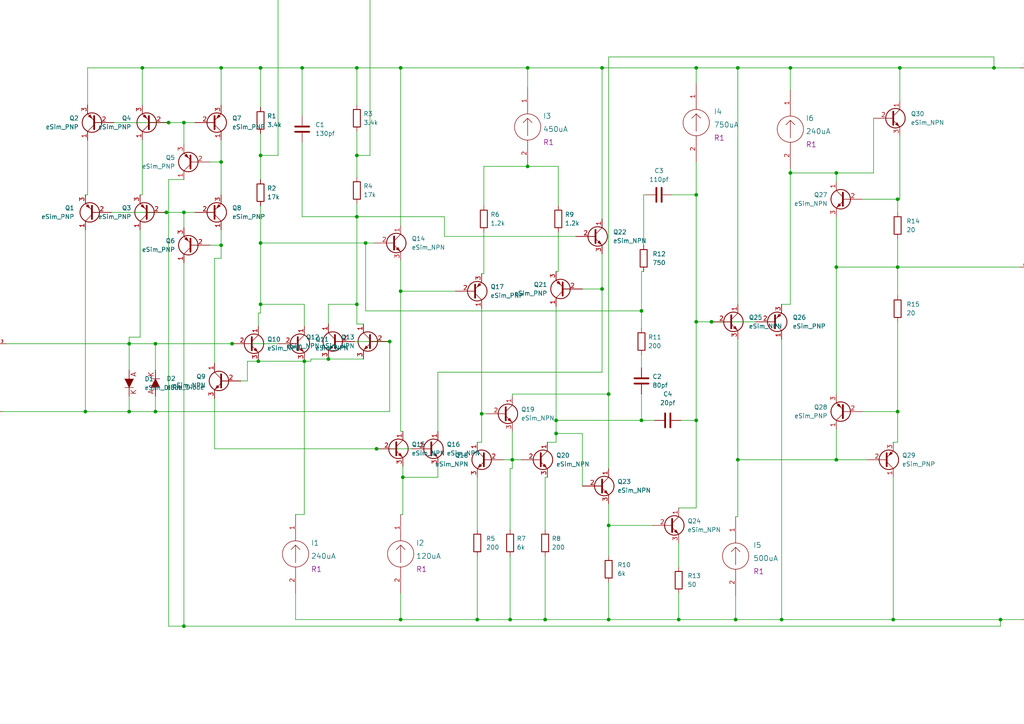
<source format=kicad_sch>
(kicad_sch (version 20211123) (generator eeschema)

  (uuid f654b388-6c9b-4a25-add6-2d6223d56166)

  (paper "A4")

  (lib_symbols
    (symbol "eSim_Devices:capacitor" (pin_numbers hide) (pin_names (offset 0.254)) (in_bom yes) (on_board yes)
      (property "Reference" "C" (id 0) (at 0.635 2.54 0)
        (effects (font (size 1.27 1.27)) (justify left))
      )
      (property "Value" "capacitor" (id 1) (at 0.635 -2.54 0)
        (effects (font (size 1.27 1.27)) (justify left))
      )
      (property "Footprint" "" (id 2) (at 0.9652 -3.81 0)
        (effects (font (size 0.762 0.762)))
      )
      (property "Datasheet" "" (id 3) (at 0 0 0)
        (effects (font (size 1.524 1.524)))
      )
      (property "ki_fp_filters" "C_*" (id 4) (at 0 0 0)
        (effects (font (size 1.27 1.27)) hide)
      )
      (symbol "capacitor_0_1"
        (polyline
          (pts
            (xy -2.032 -0.762)
            (xy 2.032 -0.762)
          )
          (stroke (width 0.508) (type default) (color 0 0 0 0))
          (fill (type none))
        )
        (polyline
          (pts
            (xy -2.032 0.762)
            (xy 2.032 0.762)
          )
          (stroke (width 0.508) (type default) (color 0 0 0 0))
          (fill (type none))
        )
      )
      (symbol "capacitor_1_1"
        (pin passive line (at 0 3.81 270) (length 2.794)
          (name "~" (effects (font (size 1.016 1.016))))
          (number "1" (effects (font (size 1.016 1.016))))
        )
        (pin passive line (at 0 -3.81 90) (length 2.794)
          (name "~" (effects (font (size 1.016 1.016))))
          (number "2" (effects (font (size 1.016 1.016))))
        )
      )
    )
    (symbol "eSim_Devices:eSim_Diode" (pin_numbers hide) (pin_names (offset 1.016) hide) (in_bom yes) (on_board yes)
      (property "Reference" "D" (id 0) (at 0 2.54 0)
        (effects (font (size 1.27 1.27)))
      )
      (property "Value" "eSim_Diode" (id 1) (at 0 -2.54 0)
        (effects (font (size 1.27 1.27)))
      )
      (property "Footprint" "" (id 2) (at 0 0 0)
        (effects (font (size 1.524 1.524)))
      )
      (property "Datasheet" "" (id 3) (at 0 0 0)
        (effects (font (size 1.524 1.524)))
      )
      (property "ki_fp_filters" "TO-???* *SingleDiode *_Diode_* *SingleDiode* D_*" (id 4) (at 0 0 0)
        (effects (font (size 1.27 1.27)) hide)
      )
      (symbol "eSim_Diode_0_0"
        (text "A" (at -2.54 1.27 0)
          (effects (font (size 1.524 1.524)))
        )
        (text "K" (at 2.54 1.27 0)
          (effects (font (size 1.524 1.524)))
        )
      )
      (symbol "eSim_Diode_0_1"
        (polyline
          (pts
            (xy 1.27 1.27)
            (xy 1.27 -1.27)
          )
          (stroke (width 0.1524) (type default) (color 0 0 0 0))
          (fill (type none))
        )
        (polyline
          (pts
            (xy -1.27 1.27)
            (xy 1.27 0)
            (xy -1.27 -1.27)
          )
          (stroke (width 0) (type default) (color 0 0 0 0))
          (fill (type outline))
        )
      )
      (symbol "eSim_Diode_1_1"
        (pin passive line (at -3.81 0 0) (length 2.54)
          (name "A" (effects (font (size 1.016 1.016))))
          (number "1" (effects (font (size 1.016 1.016))))
        )
        (pin passive line (at 3.81 0 180) (length 2.54)
          (name "K" (effects (font (size 1.016 1.016))))
          (number "2" (effects (font (size 1.016 1.016))))
        )
      )
    )
    (symbol "eSim_Devices:eSim_NPN" (pin_names (offset 0) hide) (in_bom yes) (on_board yes)
      (property "Reference" "Q" (id 0) (at -2.54 1.27 0)
        (effects (font (size 1.27 1.27)) (justify right))
      )
      (property "Value" "eSim_NPN" (id 1) (at -1.27 3.81 0)
        (effects (font (size 1.27 1.27)) (justify right))
      )
      (property "Footprint" "" (id 2) (at 5.08 2.54 0)
        (effects (font (size 0.7366 0.7366)))
      )
      (property "Datasheet" "" (id 3) (at 0 0 0)
        (effects (font (size 1.524 1.524)))
      )
      (symbol "eSim_NPN_0_1"
        (polyline
          (pts
            (xy 0.635 0.635)
            (xy 2.54 2.54)
          )
          (stroke (width 0) (type default) (color 0 0 0 0))
          (fill (type none))
        )
        (polyline
          (pts
            (xy 0.635 -0.635)
            (xy 2.54 -2.54)
            (xy 2.54 -2.54)
          )
          (stroke (width 0) (type default) (color 0 0 0 0))
          (fill (type none))
        )
        (polyline
          (pts
            (xy 0.635 1.905)
            (xy 0.635 -1.905)
            (xy 0.635 -1.905)
          )
          (stroke (width 0.508) (type default) (color 0 0 0 0))
          (fill (type none))
        )
        (polyline
          (pts
            (xy 1.27 -1.778)
            (xy 1.778 -1.27)
            (xy 2.286 -2.286)
            (xy 1.27 -1.778)
            (xy 1.27 -1.778)
          )
          (stroke (width 0) (type default) (color 0 0 0 0))
          (fill (type outline))
        )
        (circle (center 1.27 0) (radius 2.8194)
          (stroke (width 0.254) (type default) (color 0 0 0 0))
          (fill (type none))
        )
      )
      (symbol "eSim_NPN_1_1"
        (pin passive line (at 2.54 5.08 270) (length 2.54)
          (name "C" (effects (font (size 1.27 1.27))))
          (number "1" (effects (font (size 1.27 1.27))))
        )
        (pin passive line (at -5.08 0 0) (length 5.715)
          (name "B" (effects (font (size 1.27 1.27))))
          (number "2" (effects (font (size 1.27 1.27))))
        )
        (pin passive line (at 2.54 -5.08 90) (length 2.54)
          (name "E" (effects (font (size 1.27 1.27))))
          (number "3" (effects (font (size 1.27 1.27))))
        )
      )
    )
    (symbol "eSim_Devices:eSim_PNP" (pin_names (offset 0) hide) (in_bom yes) (on_board yes)
      (property "Reference" "Q" (id 0) (at -2.54 1.27 0)
        (effects (font (size 1.27 1.27)) (justify right))
      )
      (property "Value" "eSim_PNP" (id 1) (at -1.27 3.81 0)
        (effects (font (size 1.27 1.27)) (justify right))
      )
      (property "Footprint" "" (id 2) (at 5.08 2.54 0)
        (effects (font (size 0.7366 0.7366)))
      )
      (property "Datasheet" "" (id 3) (at 0 0 0)
        (effects (font (size 1.524 1.524)))
      )
      (symbol "eSim_PNP_0_1"
        (polyline
          (pts
            (xy 0.635 0.635)
            (xy 2.54 2.54)
          )
          (stroke (width 0) (type default) (color 0 0 0 0))
          (fill (type none))
        )
        (polyline
          (pts
            (xy 0.635 -0.635)
            (xy 2.54 -2.54)
            (xy 2.54 -2.54)
          )
          (stroke (width 0) (type default) (color 0 0 0 0))
          (fill (type none))
        )
        (polyline
          (pts
            (xy 0.635 1.905)
            (xy 0.635 -1.905)
            (xy 0.635 -1.905)
          )
          (stroke (width 0.508) (type default) (color 0 0 0 0))
          (fill (type none))
        )
        (polyline
          (pts
            (xy 2.286 -1.778)
            (xy 1.778 -2.286)
            (xy 1.27 -1.27)
            (xy 2.286 -1.778)
            (xy 2.286 -1.778)
          )
          (stroke (width 0) (type default) (color 0 0 0 0))
          (fill (type outline))
        )
        (circle (center 1.27 0) (radius 2.8194)
          (stroke (width 0.254) (type default) (color 0 0 0 0))
          (fill (type none))
        )
      )
      (symbol "eSim_PNP_1_1"
        (pin passive line (at 2.54 5.08 270) (length 2.54)
          (name "C" (effects (font (size 1.27 1.27))))
          (number "1" (effects (font (size 1.27 1.27))))
        )
        (pin passive line (at -5.08 0 0) (length 5.715)
          (name "B" (effects (font (size 1.27 1.27))))
          (number "2" (effects (font (size 1.27 1.27))))
        )
        (pin passive line (at 2.54 -5.08 90) (length 2.54)
          (name "E" (effects (font (size 1.27 1.27))))
          (number "3" (effects (font (size 1.27 1.27))))
        )
      )
    )
    (symbol "eSim_Devices:resistor" (pin_numbers hide) (pin_names (offset 0)) (in_bom yes) (on_board yes)
      (property "Reference" "R" (id 0) (at 1.27 3.302 0)
        (effects (font (size 1.27 1.27)))
      )
      (property "Value" "resistor" (id 1) (at 1.27 -1.27 0)
        (effects (font (size 1.27 1.27)))
      )
      (property "Footprint" "" (id 2) (at 1.27 -0.508 0)
        (effects (font (size 0.762 0.762)))
      )
      (property "Datasheet" "" (id 3) (at 1.27 1.27 90)
        (effects (font (size 0.762 0.762)))
      )
      (property "ki_fp_filters" "R_* Resistor_*" (id 4) (at 0 0 0)
        (effects (font (size 1.27 1.27)) hide)
      )
      (symbol "resistor_0_1"
        (rectangle (start 3.81 0.254) (end -1.27 2.286)
          (stroke (width 0.254) (type default) (color 0 0 0 0))
          (fill (type none))
        )
      )
      (symbol "resistor_1_1"
        (pin passive line (at -2.54 1.27 0) (length 1.27)
          (name "~" (effects (font (size 1.524 1.524))))
          (number "1" (effects (font (size 1.524 1.524))))
        )
        (pin passive line (at 5.08 1.27 180) (length 1.27)
          (name "~" (effects (font (size 1.524 1.524))))
          (number "2" (effects (font (size 1.524 1.524))))
        )
      )
    )
    (symbol "eSim_Miscellaneous:PORT" (pin_names (offset 1.016)) (in_bom yes) (on_board yes)
      (property "Reference" "U" (id 0) (at 1.27 2.54 0)
        (effects (font (size 0.762 0.762)))
      )
      (property "Value" "PORT" (id 1) (at 0 0 0)
        (effects (font (size 0.762 0.762)))
      )
      (property "Footprint" "" (id 2) (at 0 0 0)
        (effects (font (size 1.524 1.524)))
      )
      (property "Datasheet" "" (id 3) (at 0 0 0)
        (effects (font (size 1.524 1.524)))
      )
      (symbol "PORT_0_1"
        (rectangle (start -2.54 1.27) (end 2.54 -1.27)
          (stroke (width 0) (type default) (color 0 0 0 0))
          (fill (type none))
        )
        (arc (start 2.54 1.27) (mid 3.1355 0.5955) (end 3.81 0)
          (stroke (width 0) (type default) (color 0 0 0 0))
          (fill (type none))
        )
        (arc (start 3.81 0) (mid 3.1447 -0.6046) (end 2.54 -1.27)
          (stroke (width 0) (type default) (color 0 0 0 0))
          (fill (type none))
        )
      )
      (symbol "PORT_1_1"
        (pin bidirectional line (at 6.35 0 180) (length 2.54)
          (name "~" (effects (font (size 0.762 0.762))))
          (number "1" (effects (font (size 0.762 0.762))))
        )
      )
      (symbol "PORT_2_1"
        (pin bidirectional line (at 6.35 0 180) (length 2.54)
          (name "~" (effects (font (size 0.762 0.762))))
          (number "2" (effects (font (size 0.762 0.762))))
        )
      )
      (symbol "PORT_3_1"
        (pin bidirectional line (at 6.35 0 180) (length 2.54)
          (name "~" (effects (font (size 0.762 0.762))))
          (number "3" (effects (font (size 0.762 0.762))))
        )
      )
      (symbol "PORT_4_1"
        (pin bidirectional line (at 6.35 0 180) (length 2.54)
          (name "~" (effects (font (size 0.762 0.762))))
          (number "4" (effects (font (size 0.762 0.762))))
        )
      )
      (symbol "PORT_5_1"
        (pin bidirectional line (at 6.35 0 180) (length 2.54)
          (name "~" (effects (font (size 0.762 0.762))))
          (number "5" (effects (font (size 0.762 0.762))))
        )
      )
      (symbol "PORT_6_1"
        (pin bidirectional line (at 6.35 0 180) (length 2.54)
          (name "~" (effects (font (size 0.762 0.762))))
          (number "6" (effects (font (size 0.762 0.762))))
        )
      )
      (symbol "PORT_7_1"
        (pin bidirectional line (at 6.35 0 180) (length 2.54)
          (name "~" (effects (font (size 0.762 0.762))))
          (number "7" (effects (font (size 0.762 0.762))))
        )
      )
      (symbol "PORT_8_1"
        (pin bidirectional line (at 6.35 0 180) (length 2.54)
          (name "~" (effects (font (size 0.762 0.762))))
          (number "8" (effects (font (size 0.762 0.762))))
        )
      )
      (symbol "PORT_9_1"
        (pin bidirectional line (at 6.35 0 180) (length 2.54)
          (name "~" (effects (font (size 0.762 0.762))))
          (number "9" (effects (font (size 0.762 0.762))))
        )
      )
      (symbol "PORT_10_1"
        (pin bidirectional line (at 6.35 0 180) (length 2.54)
          (name "~" (effects (font (size 0.762 0.762))))
          (number "10" (effects (font (size 0.762 0.762))))
        )
      )
      (symbol "PORT_11_1"
        (pin bidirectional line (at 6.35 0 180) (length 2.54)
          (name "~" (effects (font (size 0.762 0.762))))
          (number "11" (effects (font (size 0.762 0.762))))
        )
      )
      (symbol "PORT_12_1"
        (pin bidirectional line (at 6.35 0 180) (length 2.54)
          (name "~" (effects (font (size 0.762 0.762))))
          (number "12" (effects (font (size 0.762 0.762))))
        )
      )
      (symbol "PORT_13_1"
        (pin bidirectional line (at 6.35 0 180) (length 2.54)
          (name "~" (effects (font (size 0.762 0.762))))
          (number "13" (effects (font (size 0.762 0.762))))
        )
      )
      (symbol "PORT_14_1"
        (pin bidirectional line (at 6.35 0 180) (length 2.54)
          (name "~" (effects (font (size 0.762 0.762))))
          (number "14" (effects (font (size 0.762 0.762))))
        )
      )
      (symbol "PORT_15_1"
        (pin bidirectional line (at 6.35 0 180) (length 2.54)
          (name "~" (effects (font (size 0.762 0.762))))
          (number "15" (effects (font (size 0.762 0.762))))
        )
      )
      (symbol "PORT_16_1"
        (pin bidirectional line (at 6.35 0 180) (length 2.54)
          (name "~" (effects (font (size 0.762 0.762))))
          (number "16" (effects (font (size 0.762 0.762))))
        )
      )
      (symbol "PORT_17_1"
        (pin bidirectional line (at 6.35 0 180) (length 2.54)
          (name "~" (effects (font (size 0.762 0.762))))
          (number "17" (effects (font (size 0.762 0.762))))
        )
      )
      (symbol "PORT_18_1"
        (pin bidirectional line (at 6.35 0 180) (length 2.54)
          (name "~" (effects (font (size 0.762 0.762))))
          (number "18" (effects (font (size 0.762 0.762))))
        )
      )
      (symbol "PORT_19_1"
        (pin bidirectional line (at 6.35 0 180) (length 2.54)
          (name "~" (effects (font (size 0.762 0.762))))
          (number "19" (effects (font (size 0.762 0.762))))
        )
      )
      (symbol "PORT_20_1"
        (pin bidirectional line (at 6.35 0 180) (length 2.54)
          (name "~" (effects (font (size 0.762 0.762))))
          (number "20" (effects (font (size 0.762 0.762))))
        )
      )
      (symbol "PORT_21_1"
        (pin bidirectional line (at 6.35 0 180) (length 2.54)
          (name "~" (effects (font (size 0.762 0.762))))
          (number "21" (effects (font (size 0.762 0.762))))
        )
      )
      (symbol "PORT_22_1"
        (pin bidirectional line (at 6.35 0 180) (length 2.54)
          (name "~" (effects (font (size 0.762 0.762))))
          (number "22" (effects (font (size 0.762 0.762))))
        )
      )
      (symbol "PORT_23_1"
        (pin bidirectional line (at 6.35 0 180) (length 2.54)
          (name "~" (effects (font (size 0.762 0.762))))
          (number "23" (effects (font (size 0.762 0.762))))
        )
      )
      (symbol "PORT_24_1"
        (pin bidirectional line (at 6.35 0 180) (length 2.54)
          (name "~" (effects (font (size 0.762 0.762))))
          (number "24" (effects (font (size 0.762 0.762))))
        )
      )
      (symbol "PORT_25_1"
        (pin bidirectional line (at 6.35 0 180) (length 2.54)
          (name "~" (effects (font (size 0.762 0.762))))
          (number "25" (effects (font (size 0.762 0.762))))
        )
      )
      (symbol "PORT_26_1"
        (pin bidirectional line (at 6.35 0 180) (length 2.54)
          (name "~" (effects (font (size 0.762 0.762))))
          (number "26" (effects (font (size 0.762 0.762))))
        )
      )
    )
    (symbol "eSim_Sources:dc" (pin_names (offset 1.016)) (in_bom yes) (on_board yes)
      (property "Reference" "I" (id 0) (at -5.08 2.54 0)
        (effects (font (size 1.524 1.524)))
      )
      (property "Value" "dc" (id 1) (at -5.08 -1.27 0)
        (effects (font (size 1.524 1.524)))
      )
      (property "Footprint" "R1" (id 2) (at -7.62 0 0)
        (effects (font (size 1.524 1.524)))
      )
      (property "Datasheet" "" (id 3) (at 0 0 0)
        (effects (font (size 1.524 1.524)))
      )
      (property "ki_fp_filters" "1_pin" (id 4) (at 0 0 0)
        (effects (font (size 1.27 1.27)) hide)
      )
      (symbol "dc_0_1"
        (polyline
          (pts
            (xy 0 -2.54)
            (xy 0 -2.54)
          )
          (stroke (width 0) (type default) (color 0 0 0 0))
          (fill (type none))
        )
        (polyline
          (pts
            (xy 0 2.54)
            (xy -1.27 1.27)
          )
          (stroke (width 0) (type default) (color 0 0 0 0))
          (fill (type none))
        )
        (polyline
          (pts
            (xy 0 2.54)
            (xy 0 -2.54)
          )
          (stroke (width 0) (type default) (color 0 0 0 0))
          (fill (type none))
        )
        (polyline
          (pts
            (xy 0 2.54)
            (xy 1.27 1.27)
          )
          (stroke (width 0) (type default) (color 0 0 0 0))
          (fill (type none))
        )
        (circle (center 0 0) (radius 3.81)
          (stroke (width 0) (type default) (color 0 0 0 0))
          (fill (type none))
        )
      )
      (symbol "dc_1_1"
        (pin passive line (at 0 11.43 270) (length 7.62)
          (name "~" (effects (font (size 1.27 1.27))))
          (number "1" (effects (font (size 1.27 1.27))))
        )
        (pin passive line (at 0 -11.43 90) (length 7.62)
          (name "~" (effects (font (size 1.27 1.27))))
          (number "2" (effects (font (size 1.27 1.27))))
        )
      )
    )
  )

  (junction (at 161.29 121.92) (diameter 0) (color 0 0 0 0)
    (uuid 02c5f613-4795-46be-a241-9cd8a134da8e)
  )
  (junction (at 161.29 125.73) (diameter 0) (color 0 0 0 0)
    (uuid 03a31a88-3ab0-4a29-9a76-5fec6d8967af)
  )
  (junction (at 186.055 90.17) (diameter 0) (color 0 0 0 0)
    (uuid 03cf59ed-ee0e-43a4-b57a-b49ee82aa558)
  )
  (junction (at 290.195 179.705) (diameter 0) (color 0 0 0 0)
    (uuid 099782f2-13ae-43d8-af42-80dfb6151f9a)
  )
  (junction (at 260.985 19.685) (diameter 0) (color 0 0 0 0)
    (uuid 09de2fdf-7482-4fa9-a588-9bb23e8559c6)
  )
  (junction (at 74.93 104.775) (diameter 0) (color 0 0 0 0)
    (uuid 139af6bc-9447-4be4-b12b-094c6ac408a6)
  )
  (junction (at 242.57 77.47) (diameter 0) (color 0 0 0 0)
    (uuid 18932a9a-60b9-44b9-881f-fc52a8eef9d7)
  )
  (junction (at 45.085 119.38) (diameter 0) (color 0 0 0 0)
    (uuid 1bad1f21-694c-48ef-a7c8-e75160921772)
  )
  (junction (at 138.43 179.705) (diameter 0) (color 0 0 0 0)
    (uuid 21f508de-38a7-47c4-83a6-df85a44c16ff)
  )
  (junction (at 75.565 70.485) (diameter 0) (color 0 0 0 0)
    (uuid 22abcd62-237c-4417-a53c-8a6e1dccb6fc)
  )
  (junction (at 201.93 19.685) (diameter 0) (color 0 0 0 0)
    (uuid 25865b5a-933a-4d99-a598-9938a2ff6daf)
  )
  (junction (at 24.765 119.38) (diameter 0) (color 0 0 0 0)
    (uuid 28b54818-bd06-43ea-a206-0bb75df2f1e9)
  )
  (junction (at 147.955 179.705) (diameter 0) (color 0 0 0 0)
    (uuid 2d69ec18-7239-4682-b2c3-3e902bf3e970)
  )
  (junction (at 67.31 99.695) (diameter 0) (color 0 0 0 0)
    (uuid 383975da-e16b-46c3-8960-6fe62a62b7d6)
  )
  (junction (at 213.36 179.705) (diameter 0) (color 0 0 0 0)
    (uuid 3cc69876-5649-4765-908d-0f61c1fcf1bc)
  )
  (junction (at 87.63 19.685) (diameter 0) (color 0 0 0 0)
    (uuid 3d1e766d-aaca-4d8f-b1e2-f111d266f471)
  )
  (junction (at 196.85 179.705) (diameter 0) (color 0 0 0 0)
    (uuid 41b2a814-18ec-4e1b-9f9e-23f9d758779d)
  )
  (junction (at 88.265 104.775) (diameter 0) (color 0 0 0 0)
    (uuid 461c5e1c-21ae-4d2d-a733-088d5e54fd16)
  )
  (junction (at 41.275 19.685) (diameter 0) (color 0 0 0 0)
    (uuid 462224a7-d98d-4471-9ced-99648b72925a)
  )
  (junction (at 37.465 99.695) (diameter 0) (color 0 0 0 0)
    (uuid 48dae733-2b41-4723-ad5f-8d40174b4106)
  )
  (junction (at 64.135 46.99) (diameter 0) (color 0 0 0 0)
    (uuid 4990626d-1a65-4953-82c5-44b7472ae586)
  )
  (junction (at 242.57 50.165) (diameter 0) (color 0 0 0 0)
    (uuid 4cb21bb6-3d9e-4948-ba03-10d47d721fe6)
  )
  (junction (at 174.625 83.82) (diameter 0) (color 0 0 0 0)
    (uuid 4e192359-6310-49fc-b2de-34c33fd661f2)
  )
  (junction (at 148.59 133.35) (diameter 0) (color 0 0 0 0)
    (uuid 502c17fe-7a02-449d-9922-07d6823489bd)
  )
  (junction (at 153.035 19.685) (diameter 0) (color 0 0 0 0)
    (uuid 5166a65a-3ee6-4237-be50-e9de3c0dc2f7)
  )
  (junction (at 288.29 19.685) (diameter 0) (color 0 0 0 0)
    (uuid 5209585a-cf16-48e2-8485-73662756e341)
  )
  (junction (at 139.7 120.015) (diameter 0) (color 0 0 0 0)
    (uuid 55106fef-c52b-4bc9-b360-b3cc16933401)
  )
  (junction (at 95.25 104.14) (diameter 0) (color 0 0 0 0)
    (uuid 57231ffb-8728-4baa-950a-348d1056b12a)
  )
  (junction (at 226.695 179.705) (diameter 0) (color 0 0 0 0)
    (uuid 584f72f5-1ddc-4800-b85d-4499f05ca225)
  )
  (junction (at 174.625 19.685) (diameter 0) (color 0 0 0 0)
    (uuid 67f1946a-a995-429c-aa22-4d3ac4475a08)
  )
  (junction (at 45.085 99.695) (diameter 0) (color 0 0 0 0)
    (uuid 69d04977-5dd0-402f-96f3-7c14a7d1cb5e)
  )
  (junction (at 260.35 77.47) (diameter 0) (color 0 0 0 0)
    (uuid 6d67c9ca-a54e-4d91-869e-49a73334a82f)
  )
  (junction (at 213.995 19.685) (diameter 0) (color 0 0 0 0)
    (uuid 6faf4c68-99bb-44e6-b0c9-5958eb517b07)
  )
  (junction (at 176.53 179.705) (diameter 0) (color 0 0 0 0)
    (uuid 72432341-a442-4b64-9e88-95060829435e)
  )
  (junction (at 116.84 138.43) (diameter 0) (color 0 0 0 0)
    (uuid 7ae2b7ab-821b-4d1b-92fc-084f00b01e37)
  )
  (junction (at 176.53 114.3) (diameter 0) (color 0 0 0 0)
    (uuid 7d8d1372-b3bd-4569-802f-54f42d12c12b)
  )
  (junction (at 260.35 119.38) (diameter 0) (color 0 0 0 0)
    (uuid 80ce8b57-009a-4828-8d5d-ef9482f28ed3)
  )
  (junction (at 201.93 56.515) (diameter 0) (color 0 0 0 0)
    (uuid 82b3bd92-cc79-4bf4-a79f-3cee94915492)
  )
  (junction (at 113.03 99.06) (diameter 0) (color 0 0 0 0)
    (uuid 853874d1-93ec-4ccb-925e-5c71a069ce2d)
  )
  (junction (at 37.465 119.38) (diameter 0) (color 0 0 0 0)
    (uuid 87767d00-76ed-4e79-95d2-14e2cb17e0a1)
  )
  (junction (at 206.375 93.345) (diameter 0) (color 0 0 0 0)
    (uuid 8fb42d11-3900-4133-aefb-dc760f53e24b)
  )
  (junction (at 229.235 50.165) (diameter 0) (color 0 0 0 0)
    (uuid 91d10a06-1737-463b-9f62-3f61893730cf)
  )
  (junction (at 53.34 61.595) (diameter 0) (color 0 0 0 0)
    (uuid 93f73680-2b23-4eb0-96ae-10ff39d5b1fa)
  )
  (junction (at 75.565 88.265) (diameter 0) (color 0 0 0 0)
    (uuid 9a2cc216-3bab-4464-a095-cdb48a38308d)
  )
  (junction (at 48.895 35.56) (diameter 0) (color 0 0 0 0)
    (uuid 9d5c2afc-0298-4d4b-8ec4-c815b890b82e)
  )
  (junction (at 103.505 19.685) (diameter 0) (color 0 0 0 0)
    (uuid 9e014fe0-10af-4ff3-b8be-9af0f286d7ef)
  )
  (junction (at 48.26 61.595) (diameter 0) (color 0 0 0 0)
    (uuid 9e27c467-7473-4139-be6c-4e92ab737f23)
  )
  (junction (at 201.93 93.345) (diameter 0) (color 0 0 0 0)
    (uuid a8febaf5-8530-4a92-b7c9-5215b5e10052)
  )
  (junction (at 176.53 152.4) (diameter 0) (color 0 0 0 0)
    (uuid ae368077-800d-43cc-82c0-373799e1ce5c)
  )
  (junction (at 158.115 179.705) (diameter 0) (color 0 0 0 0)
    (uuid b28d883b-44e8-4bf0-9032-7c8c6258f883)
  )
  (junction (at 201.93 121.92) (diameter 0) (color 0 0 0 0)
    (uuid b3c4c9c6-23f0-4c69-96f0-9447b865830a)
  )
  (junction (at 116.205 19.685) (diameter 0) (color 0 0 0 0)
    (uuid b4af3f8a-81f5-4520-9f16-1add19684684)
  )
  (junction (at 186.055 121.92) (diameter 0) (color 0 0 0 0)
    (uuid b8df5d6e-cd2e-4704-abce-16d385235acb)
  )
  (junction (at 64.135 71.12) (diameter 0) (color 0 0 0 0)
    (uuid ba4a0834-4fde-4061-a441-3fa34259aee9)
  )
  (junction (at 242.57 133.35) (diameter 0) (color 0 0 0 0)
    (uuid bb46043e-03d6-477d-95d6-881d6ad50dd4)
  )
  (junction (at 116.205 179.705) (diameter 0) (color 0 0 0 0)
    (uuid bef75b72-a9d7-4d65-957a-7d08ec73a97f)
  )
  (junction (at 153.035 48.26) (diameter 0) (color 0 0 0 0)
    (uuid cd9d6a52-0dff-4425-bb4b-f2d0c15e0858)
  )
  (junction (at 213.995 133.35) (diameter 0) (color 0 0 0 0)
    (uuid da0b3ad0-ebc9-448c-96ef-2dbd31292c08)
  )
  (junction (at 116.205 84.455) (diameter 0) (color 0 0 0 0)
    (uuid da6d2f1c-e854-4bf3-ac07-4e1f3fc6e7bf)
  )
  (junction (at 260.35 57.785) (diameter 0) (color 0 0 0 0)
    (uuid dde4af93-2b85-45ab-9d75-5f7f69e23274)
  )
  (junction (at 53.34 181.61) (diameter 0) (color 0 0 0 0)
    (uuid e0f84209-e253-46ce-925a-b2ce7859d311)
  )
  (junction (at 109.22 130.175) (diameter 0) (color 0 0 0 0)
    (uuid e57b8857-cf4f-4f30-a11b-0344950f2848)
  )
  (junction (at 64.135 19.685) (diameter 0) (color 0 0 0 0)
    (uuid e8288f21-b996-4db8-92e2-2090cc8e1cf5)
  )
  (junction (at 75.565 45.085) (diameter 0) (color 0 0 0 0)
    (uuid eb707569-751e-4e77-8e4a-ba1596091244)
  )
  (junction (at 103.505 62.865) (diameter 0) (color 0 0 0 0)
    (uuid ebd27d7b-593f-40b9-8886-4c1eaf97cf49)
  )
  (junction (at 75.565 19.685) (diameter 0) (color 0 0 0 0)
    (uuid edb9a9fc-8904-4c26-a3b1-734816b8a900)
  )
  (junction (at 103.505 45.085) (diameter 0) (color 0 0 0 0)
    (uuid ef1f0c33-c2fb-4db9-b8ea-3136942c07a6)
  )
  (junction (at 259.08 179.705) (diameter 0) (color 0 0 0 0)
    (uuid f890ebb4-cfaa-4dcb-97c9-dc785c70549a)
  )
  (junction (at 103.505 88.265) (diameter 0) (color 0 0 0 0)
    (uuid f8a3e9cb-1ec6-47d3-814e-9ed2565a1756)
  )
  (junction (at 229.235 19.685) (diameter 0) (color 0 0 0 0)
    (uuid fed9bb78-9aaa-4f76-ad35-d451c8ce05e2)
  )
  (junction (at 53.34 35.56) (diameter 0) (color 0 0 0 0)
    (uuid fef23a3f-f4a9-47c7-af69-a276977431e1)
  )
  (junction (at 106.045 70.485) (diameter 0) (color 0 0 0 0)
    (uuid ffa4bf11-c563-44d0-b394-a503ad9e82a2)
  )

  (no_connect (at 307.975 118.11) (uuid 24f66a16-44c4-4e98-8732-f19df5b14b16))

  (wire (pts (xy 260.35 77.47) (xy 260.35 85.725))
    (stroke (width 0) (type default) (color 0 0 0 0))
    (uuid 00488c60-5b82-402d-8085-68433ac61189)
  )
  (wire (pts (xy 161.29 88.9) (xy 161.29 121.92))
    (stroke (width 0) (type default) (color 0 0 0 0))
    (uuid 04e113b3-5d9a-4eb6-a5c9-9a113e493f5f)
  )
  (wire (pts (xy 201.93 93.345) (xy 201.93 121.92))
    (stroke (width 0) (type default) (color 0 0 0 0))
    (uuid 053e84b1-a576-41ca-a104-ec1a1ead5144)
  )
  (wire (pts (xy 213.995 149.86) (xy 213.36 149.86))
    (stroke (width 0) (type default) (color 0 0 0 0))
    (uuid 05993896-aff6-4b36-944e-2d75da20cdb3)
  )
  (wire (pts (xy 194.945 56.515) (xy 201.93 56.515))
    (stroke (width 0) (type default) (color 0 0 0 0))
    (uuid 06ba62ac-bd64-45c1-9a53-5892a18075db)
  )
  (wire (pts (xy 206.375 93.345) (xy 219.075 93.345))
    (stroke (width 0) (type default) (color 0 0 0 0))
    (uuid 07f228fb-ac59-4fc9-9cdc-b689a5f7c809)
  )
  (wire (pts (xy 201.93 46.99) (xy 201.93 56.515))
    (stroke (width 0) (type default) (color 0 0 0 0))
    (uuid 084945f0-83c6-44d2-b90a-85f65e5188fd)
  )
  (wire (pts (xy 102.87 99.06) (xy 113.03 99.06))
    (stroke (width 0) (type default) (color 0 0 0 0))
    (uuid 0aab8115-8404-4851-b07d-4448df2ca50b)
  )
  (wire (pts (xy 113.03 119.38) (xy 45.085 119.38))
    (stroke (width 0) (type default) (color 0 0 0 0))
    (uuid 0b721734-de2d-456b-b1ef-bfbfb95cd342)
  )
  (wire (pts (xy 48.895 35.56) (xy 53.34 35.56))
    (stroke (width 0) (type default) (color 0 0 0 0))
    (uuid 0ea92a9a-58d7-4a5c-b14f-6ff1f61ef30f)
  )
  (wire (pts (xy 69.85 110.49) (xy 71.755 110.49))
    (stroke (width 0) (type default) (color 0 0 0 0))
    (uuid 0f6aa9e2-775b-4efa-aa49-4fd7bf63e906)
  )
  (wire (pts (xy 260.985 39.37) (xy 260.985 57.785))
    (stroke (width 0) (type default) (color 0 0 0 0))
    (uuid 134f467e-23bf-4906-93df-d034d2335a75)
  )
  (wire (pts (xy 64.135 46.99) (xy 64.135 56.515))
    (stroke (width 0) (type default) (color 0 0 0 0))
    (uuid 14828f03-2b5f-4067-ac9f-5b12bd9883fc)
  )
  (wire (pts (xy 148.59 135.89) (xy 148.59 133.35))
    (stroke (width 0) (type default) (color 0 0 0 0))
    (uuid 14a924b5-fc29-4d9a-8927-5f1e37cbdb7a)
  )
  (wire (pts (xy 53.34 35.56) (xy 53.34 41.91))
    (stroke (width 0) (type default) (color 0 0 0 0))
    (uuid 157b25d0-37fe-44d2-8904-714b8c6473ce)
  )
  (wire (pts (xy 116.205 125.095) (xy 116.84 125.095))
    (stroke (width 0) (type default) (color 0 0 0 0))
    (uuid 18daba65-0aa1-4e76-be56-5d7ca4486b85)
  )
  (wire (pts (xy 64.135 74.93) (xy 64.135 71.12))
    (stroke (width 0) (type default) (color 0 0 0 0))
    (uuid 18f41712-7a45-4e95-b9cf-a72c09a393ba)
  )
  (wire (pts (xy 87.63 19.685) (xy 75.565 19.685))
    (stroke (width 0) (type default) (color 0 0 0 0))
    (uuid 1a8b5287-4dfb-426e-a416-dfbecf0b76a2)
  )
  (wire (pts (xy 213.995 133.35) (xy 242.57 133.35))
    (stroke (width 0) (type default) (color 0 0 0 0))
    (uuid 1be0b388-42cf-4d7e-a2c3-7e4566336a7a)
  )
  (wire (pts (xy 87.63 62.865) (xy 103.505 62.865))
    (stroke (width 0) (type default) (color 0 0 0 0))
    (uuid 1c939773-256c-4fab-a9eb-d06c224af043)
  )
  (wire (pts (xy 1.905 99.695) (xy 37.465 99.695))
    (stroke (width 0) (type default) (color 0 0 0 0))
    (uuid 1ca0ec1c-02cb-42e5-bd65-be587da2b3c6)
  )
  (wire (pts (xy 25.4 56.515) (xy 24.765 56.515))
    (stroke (width 0) (type default) (color 0 0 0 0))
    (uuid 1d1090f3-28a2-457c-a800-7b08af7ce755)
  )
  (wire (pts (xy 176.53 152.4) (xy 176.53 161.29))
    (stroke (width 0) (type default) (color 0 0 0 0))
    (uuid 1fcc17a2-8ead-493c-9733-d3b66800e0ed)
  )
  (wire (pts (xy 161.29 121.92) (xy 161.29 125.73))
    (stroke (width 0) (type default) (color 0 0 0 0))
    (uuid 203f4844-f89f-43c6-8aa1-0ed3f504e569)
  )
  (wire (pts (xy 167.005 68.58) (xy 128.905 68.58))
    (stroke (width 0) (type default) (color 0 0 0 0))
    (uuid 22c0c55f-05c6-4838-98f4-cb0490ecaa48)
  )
  (wire (pts (xy 88.265 88.265) (xy 75.565 88.265))
    (stroke (width 0) (type default) (color 0 0 0 0))
    (uuid 24f98230-db60-412e-a9a4-a0dae601f0e3)
  )
  (wire (pts (xy 107.315 -0.635) (xy 107.315 45.085))
    (stroke (width 0) (type default) (color 0 0 0 0))
    (uuid 258d0dcc-bf68-47fd-97e0-a265c8a2feab)
  )
  (wire (pts (xy 48.895 181.61) (xy 53.34 181.61))
    (stroke (width 0) (type default) (color 0 0 0 0))
    (uuid 25f44301-d25f-46f5-8005-b65eee48c716)
  )
  (wire (pts (xy 158.115 138.43) (xy 158.75 138.43))
    (stroke (width 0) (type default) (color 0 0 0 0))
    (uuid 265b6f7f-b1a6-4e74-bb55-f98973e7b59e)
  )
  (wire (pts (xy 201.93 24.13) (xy 201.93 19.685))
    (stroke (width 0) (type default) (color 0 0 0 0))
    (uuid 275acf3d-1ea8-4f31-bde0-aec9503c7bfd)
  )
  (wire (pts (xy 71.755 104.775) (xy 74.93 104.775))
    (stroke (width 0) (type default) (color 0 0 0 0))
    (uuid 29db7a4c-1088-4803-98bf-874969c87f59)
  )
  (wire (pts (xy 127 125.095) (xy 127 107.95))
    (stroke (width 0) (type default) (color 0 0 0 0))
    (uuid 2a35dfa4-96b3-4cb1-9145-22216cb3052e)
  )
  (wire (pts (xy 48.895 52.07) (xy 48.895 181.61))
    (stroke (width 0) (type default) (color 0 0 0 0))
    (uuid 2c10683d-1146-45f8-b158-22b694885435)
  )
  (wire (pts (xy 186.055 114.3) (xy 186.055 121.92))
    (stroke (width 0) (type default) (color 0 0 0 0))
    (uuid 2c7b10b0-1fdb-4192-9e08-8574fd23c594)
  )
  (wire (pts (xy 186.055 90.17) (xy 186.055 78.74))
    (stroke (width 0) (type default) (color 0 0 0 0))
    (uuid 2d378720-b9c5-4265-857f-6fa8433d48bd)
  )
  (wire (pts (xy 138.43 161.29) (xy 138.43 179.705))
    (stroke (width 0) (type default) (color 0 0 0 0))
    (uuid 309625f1-cece-4dbd-af39-e34218e63dbe)
  )
  (wire (pts (xy 48.26 61.595) (xy 53.34 61.595))
    (stroke (width 0) (type default) (color 0 0 0 0))
    (uuid 31c4d229-0fd2-4c52-8b88-f762e5778ce2)
  )
  (wire (pts (xy 260.35 119.38) (xy 260.35 128.27))
    (stroke (width 0) (type default) (color 0 0 0 0))
    (uuid 31fba399-2dec-4e85-bb86-e8b00244a64d)
  )
  (wire (pts (xy 176.53 146.05) (xy 176.53 152.4))
    (stroke (width 0) (type default) (color 0 0 0 0))
    (uuid 33514796-c2c5-4237-a381-2a70dd83e3aa)
  )
  (wire (pts (xy 128.905 62.865) (xy 103.505 62.865))
    (stroke (width 0) (type default) (color 0 0 0 0))
    (uuid 36573cc0-e788-42cb-b9a1-5fa26376a194)
  )
  (wire (pts (xy 74.93 104.775) (xy 88.265 104.775))
    (stroke (width 0) (type default) (color 0 0 0 0))
    (uuid 366736ab-bb53-4981-ad34-972ce1ad9496)
  )
  (wire (pts (xy 186.055 78.74) (xy 186.69 78.74))
    (stroke (width 0) (type default) (color 0 0 0 0))
    (uuid 37db075d-76ca-47b3-94ec-b2b95aa61d1b)
  )
  (wire (pts (xy 75.565 90.805) (xy 74.93 90.805))
    (stroke (width 0) (type default) (color 0 0 0 0))
    (uuid 3859c6cd-c35b-4965-91fe-fdabf499592b)
  )
  (wire (pts (xy 161.29 128.27) (xy 158.75 128.27))
    (stroke (width 0) (type default) (color 0 0 0 0))
    (uuid 388104fd-fa7b-4660-813e-4890ca902000)
  )
  (wire (pts (xy 146.05 133.35) (xy 148.59 133.35))
    (stroke (width 0) (type default) (color 0 0 0 0))
    (uuid 3a893b4d-49e3-4368-a76a-703c62a0b75e)
  )
  (wire (pts (xy 201.93 147.32) (xy 196.85 147.32))
    (stroke (width 0) (type default) (color 0 0 0 0))
    (uuid 3db2a5ac-4956-4f32-a16c-3a816af8f789)
  )
  (wire (pts (xy 186.055 121.92) (xy 189.865 121.92))
    (stroke (width 0) (type default) (color 0 0 0 0))
    (uuid 3de68aaf-6474-4b7b-91bf-fd3f75316a2b)
  )
  (wire (pts (xy 41.275 19.685) (xy 64.135 19.685))
    (stroke (width 0) (type default) (color 0 0 0 0))
    (uuid 3e94ab97-829c-450f-98a8-2e34e555ba85)
  )
  (wire (pts (xy 168.91 83.82) (xy 174.625 83.82))
    (stroke (width 0) (type default) (color 0 0 0 0))
    (uuid 3f62136a-e824-4be4-906e-59f06ff20662)
  )
  (wire (pts (xy 88.265 104.775) (xy 88.265 149.225))
    (stroke (width 0) (type default) (color 0 0 0 0))
    (uuid 435c53b7-8e53-40e7-95f1-cf6def6bdbee)
  )
  (wire (pts (xy 75.565 38.735) (xy 75.565 45.085))
    (stroke (width 0) (type default) (color 0 0 0 0))
    (uuid 4366a60f-a6e9-498b-b59e-e89e320305a3)
  )
  (wire (pts (xy 53.34 61.595) (xy 56.515 61.595))
    (stroke (width 0) (type default) (color 0 0 0 0))
    (uuid 437b6ce0-9e6c-420d-8cc3-64a1c6591d04)
  )
  (wire (pts (xy 88.265 149.225) (xy 85.725 149.225))
    (stroke (width 0) (type default) (color 0 0 0 0))
    (uuid 452714d6-7b0d-454f-97cd-1f6fb1f9e51f)
  )
  (wire (pts (xy 103.505 93.98) (xy 105.41 93.98))
    (stroke (width 0) (type default) (color 0 0 0 0))
    (uuid 4686db23-4504-4cc8-a690-045511bd55fd)
  )
  (wire (pts (xy 109.22 130.175) (xy 119.38 130.175))
    (stroke (width 0) (type default) (color 0 0 0 0))
    (uuid 47d6445b-8b47-4876-828f-8932fcbd07c1)
  )
  (wire (pts (xy 147.955 153.67) (xy 147.955 135.89))
    (stroke (width 0) (type default) (color 0 0 0 0))
    (uuid 494b1841-10c6-486e-9c30-44dfad1e0123)
  )
  (wire (pts (xy 103.505 19.685) (xy 116.205 19.685))
    (stroke (width 0) (type default) (color 0 0 0 0))
    (uuid 49731132-f3e9-4b15-a904-eb04e7405c37)
  )
  (wire (pts (xy 176.53 179.705) (xy 196.85 179.705))
    (stroke (width 0) (type default) (color 0 0 0 0))
    (uuid 49edc96f-e259-4ba3-810f-82c90f97d411)
  )
  (wire (pts (xy 153.035 25.4) (xy 153.035 19.685))
    (stroke (width 0) (type default) (color 0 0 0 0))
    (uuid 49f4a064-b6ff-46ac-849d-c5f9b6dfd672)
  )
  (wire (pts (xy 116.205 19.685) (xy 116.205 65.405))
    (stroke (width 0) (type default) (color 0 0 0 0))
    (uuid 4a45f279-be68-41d1-89c3-3aece4422c28)
  )
  (wire (pts (xy 87.63 33.655) (xy 87.63 19.685))
    (stroke (width 0) (type default) (color 0 0 0 0))
    (uuid 4afb4304-41c8-4911-a54b-5a004c03d585)
  )
  (wire (pts (xy 103.505 45.085) (xy 103.505 51.435))
    (stroke (width 0) (type default) (color 0 0 0 0))
    (uuid 4ced537a-d071-4987-9046-7a6a3c292a7e)
  )
  (wire (pts (xy 24.765 66.675) (xy 24.765 119.38))
    (stroke (width 0) (type default) (color 0 0 0 0))
    (uuid 4d00ec0c-c9db-49bb-8fc5-4b9d42c2a1c1)
  )
  (wire (pts (xy 161.925 48.26) (xy 161.925 59.69))
    (stroke (width 0) (type default) (color 0 0 0 0))
    (uuid 4dc76106-6dda-4378-894c-00ed63bb4a47)
  )
  (wire (pts (xy 40.64 97.79) (xy 37.465 97.79))
    (stroke (width 0) (type default) (color 0 0 0 0))
    (uuid 4e11fb0c-689e-4ae2-9577-e7df2099e674)
  )
  (wire (pts (xy 174.625 83.82) (xy 174.625 73.66))
    (stroke (width 0) (type default) (color 0 0 0 0))
    (uuid 4eb465f8-5882-40d6-81bd-6c1f3c7ab4ea)
  )
  (wire (pts (xy 147.955 135.89) (xy 148.59 135.89))
    (stroke (width 0) (type default) (color 0 0 0 0))
    (uuid 4f68aabe-6047-4dc6-bf3c-f4f2bf25674f)
  )
  (wire (pts (xy 260.35 77.47) (xy 295.91 77.47))
    (stroke (width 0) (type default) (color 0 0 0 0))
    (uuid 4ff782ff-5699-4c0c-9dd5-5ea28c8ad012)
  )
  (wire (pts (xy 116.205 179.705) (xy 138.43 179.705))
    (stroke (width 0) (type default) (color 0 0 0 0))
    (uuid 4ffd74b8-f4f5-438b-ba0b-c8448f306661)
  )
  (wire (pts (xy 253.365 34.29) (xy 253.365 50.165))
    (stroke (width 0) (type default) (color 0 0 0 0))
    (uuid 508e08f3-94e8-480f-81d2-36cf5eb167a7)
  )
  (wire (pts (xy 140.335 48.26) (xy 153.035 48.26))
    (stroke (width 0) (type default) (color 0 0 0 0))
    (uuid 5206b901-c572-4a9b-8c2d-b8d5d9f14e5e)
  )
  (wire (pts (xy 0.635 119.38) (xy 24.765 119.38))
    (stroke (width 0) (type default) (color 0 0 0 0))
    (uuid 524299af-a37e-4569-b892-addd2b313674)
  )
  (wire (pts (xy 45.085 119.38) (xy 45.085 114.935))
    (stroke (width 0) (type default) (color 0 0 0 0))
    (uuid 5386d9cf-6f6d-4859-abe5-53f452ad3c06)
  )
  (wire (pts (xy 103.505 30.48) (xy 103.505 19.685))
    (stroke (width 0) (type default) (color 0 0 0 0))
    (uuid 54b0b17f-9f7b-466a-a4ae-4f9003f5d477)
  )
  (wire (pts (xy 75.565 19.685) (xy 64.135 19.685))
    (stroke (width 0) (type default) (color 0 0 0 0))
    (uuid 55b6e713-3a5d-463a-8d8d-3a065222a348)
  )
  (wire (pts (xy 158.115 153.67) (xy 158.115 138.43))
    (stroke (width 0) (type default) (color 0 0 0 0))
    (uuid 57692350-c25b-47d6-b25d-9212fe67607d)
  )
  (wire (pts (xy 90.17 104.14) (xy 90.17 104.775))
    (stroke (width 0) (type default) (color 0 0 0 0))
    (uuid 5773d2f2-38d7-4993-a659-dc6b911108b4)
  )
  (wire (pts (xy 75.565 59.69) (xy 75.565 70.485))
    (stroke (width 0) (type default) (color 0 0 0 0))
    (uuid 58b669e5-46a2-48f1-b689-a212876b7f78)
  )
  (wire (pts (xy 116.84 149.225) (xy 116.205 149.225))
    (stroke (width 0) (type default) (color 0 0 0 0))
    (uuid 590c1326-97c4-499e-bbcc-9365505d7e7a)
  )
  (wire (pts (xy 37.465 119.38) (xy 37.465 114.935))
    (stroke (width 0) (type default) (color 0 0 0 0))
    (uuid 5a1bcdb9-d767-45a5-b132-c9d0fae06a85)
  )
  (wire (pts (xy 127 107.95) (xy 174.625 107.95))
    (stroke (width 0) (type default) (color 0 0 0 0))
    (uuid 5ae4a15d-c6c5-4f1c-b7e6-bc19de06f929)
  )
  (wire (pts (xy 250.19 119.38) (xy 260.35 119.38))
    (stroke (width 0) (type default) (color 0 0 0 0))
    (uuid 5c8d04aa-a6a8-4f36-a7fd-ff715581e026)
  )
  (wire (pts (xy 116.84 138.43) (xy 116.84 149.225))
    (stroke (width 0) (type default) (color 0 0 0 0))
    (uuid 5ce88846-a991-4117-8a16-67ac688147c8)
  )
  (wire (pts (xy 53.34 52.07) (xy 48.895 52.07))
    (stroke (width 0) (type default) (color 0 0 0 0))
    (uuid 5cfb8e37-ac3e-457e-9069-e5a175b2f003)
  )
  (wire (pts (xy 106.045 70.485) (xy 108.585 70.485))
    (stroke (width 0) (type default) (color 0 0 0 0))
    (uuid 5d65a17e-11de-4d81-8663-a78ff4806cc3)
  )
  (wire (pts (xy 32.385 61.595) (xy 48.26 61.595))
    (stroke (width 0) (type default) (color 0 0 0 0))
    (uuid 5fd0c104-a1d1-44e0-ac82-99b1ec228331)
  )
  (wire (pts (xy 288.29 19.685) (xy 295.91 19.685))
    (stroke (width 0) (type default) (color 0 0 0 0))
    (uuid 60728994-0b78-445f-be1a-242f64f1ce88)
  )
  (wire (pts (xy 95.25 104.14) (xy 90.17 104.14))
    (stroke (width 0) (type default) (color 0 0 0 0))
    (uuid 60eda110-a7b7-44f7-9767-859064264047)
  )
  (wire (pts (xy 139.7 89.535) (xy 139.7 120.015))
    (stroke (width 0) (type default) (color 0 0 0 0))
    (uuid 6145cf92-ed7b-475b-a5a3-479cf610db44)
  )
  (wire (pts (xy 139.7 120.015) (xy 139.7 128.27))
    (stroke (width 0) (type default) (color 0 0 0 0))
    (uuid 6201a0a8-fd11-4a94-958f-eb2da24460e3)
  )
  (wire (pts (xy 161.925 67.31) (xy 161.925 78.74))
    (stroke (width 0) (type default) (color 0 0 0 0))
    (uuid 6249f029-f0f4-4d90-82a0-7cca9262ffaa)
  )
  (wire (pts (xy 45.085 119.38) (xy 37.465 119.38))
    (stroke (width 0) (type default) (color 0 0 0 0))
    (uuid 62b81819-f6fb-45c0-9649-5a55421d97f1)
  )
  (wire (pts (xy 260.35 128.27) (xy 259.08 128.27))
    (stroke (width 0) (type default) (color 0 0 0 0))
    (uuid 647a6553-8b4b-4b95-ba7e-4e7f01d5bed6)
  )
  (wire (pts (xy 260.985 29.21) (xy 260.985 19.685))
    (stroke (width 0) (type default) (color 0 0 0 0))
    (uuid 653ef8c9-d343-4e09-9e01-6a174c1744a2)
  )
  (wire (pts (xy 176.53 114.3) (xy 176.53 16.51))
    (stroke (width 0) (type default) (color 0 0 0 0))
    (uuid 6626896b-91ad-4b13-bd96-a504ad8112cf)
  )
  (wire (pts (xy 253.365 50.165) (xy 242.57 50.165))
    (stroke (width 0) (type default) (color 0 0 0 0))
    (uuid 666bac20-cf01-43c9-b123-11c3c8b78ac4)
  )
  (wire (pts (xy 250.19 57.785) (xy 260.35 57.785))
    (stroke (width 0) (type default) (color 0 0 0 0))
    (uuid 68a40b5a-b3fc-4bbd-b7f6-d6dd892ee17b)
  )
  (wire (pts (xy 37.465 97.79) (xy 37.465 99.695))
    (stroke (width 0) (type default) (color 0 0 0 0))
    (uuid 69c00eef-78ab-4cc9-a197-a8f54854128c)
  )
  (wire (pts (xy 25.4 19.685) (xy 41.275 19.685))
    (stroke (width 0) (type default) (color 0 0 0 0))
    (uuid 6aec9da8-73e1-4697-82a4-f088eaeec9f1)
  )
  (wire (pts (xy 186.055 95.25) (xy 186.055 90.17))
    (stroke (width 0) (type default) (color 0 0 0 0))
    (uuid 6b8544cc-ccda-47cc-a99e-702521f2bf59)
  )
  (wire (pts (xy 71.755 110.49) (xy 71.755 104.775))
    (stroke (width 0) (type default) (color 0 0 0 0))
    (uuid 6c80cbca-9964-478f-b324-362ac6a1b591)
  )
  (wire (pts (xy 25.4 40.64) (xy 25.4 56.515))
    (stroke (width 0) (type default) (color 0 0 0 0))
    (uuid 6d243e2d-8f46-4ba8-958e-16819caa849c)
  )
  (wire (pts (xy 174.625 19.685) (xy 153.035 19.685))
    (stroke (width 0) (type default) (color 0 0 0 0))
    (uuid 6d84b192-bc9c-413a-94aa-126e3a486264)
  )
  (wire (pts (xy 116.205 75.565) (xy 116.205 84.455))
    (stroke (width 0) (type default) (color 0 0 0 0))
    (uuid 6e307ff0-4977-4941-9d04-cfc09a583652)
  )
  (wire (pts (xy 213.995 98.425) (xy 213.995 133.35))
    (stroke (width 0) (type default) (color 0 0 0 0))
    (uuid 6f59c272-0195-4677-b9e4-22d82d34dcd7)
  )
  (wire (pts (xy 75.565 70.485) (xy 75.565 88.265))
    (stroke (width 0) (type default) (color 0 0 0 0))
    (uuid 6ff24ca3-412a-446a-9c97-aa12e62c44b1)
  )
  (wire (pts (xy 229.235 26.035) (xy 229.235 19.685))
    (stroke (width 0) (type default) (color 0 0 0 0))
    (uuid 705b6147-c71c-4380-b9f0-642773a5a323)
  )
  (wire (pts (xy 140.335 59.69) (xy 140.335 48.26))
    (stroke (width 0) (type default) (color 0 0 0 0))
    (uuid 70a3b57e-abb4-4f3e-a812-25db6b559b35)
  )
  (wire (pts (xy 288.29 16.51) (xy 288.29 19.685))
    (stroke (width 0) (type default) (color 0 0 0 0))
    (uuid 71d44fa5-bbc4-44de-a8a2-4326ea61f14e)
  )
  (wire (pts (xy 201.93 93.345) (xy 206.375 93.345))
    (stroke (width 0) (type default) (color 0 0 0 0))
    (uuid 72411625-1a5f-4ca7-a8d0-ba56b5011116)
  )
  (wire (pts (xy 260.35 93.345) (xy 260.35 119.38))
    (stroke (width 0) (type default) (color 0 0 0 0))
    (uuid 72e2acbc-6ab4-4a21-abd3-7b84d3fc9451)
  )
  (wire (pts (xy 116.205 179.705) (xy 116.205 172.085))
    (stroke (width 0) (type default) (color 0 0 0 0))
    (uuid 7320c086-636a-488b-8b0f-647d8d7e3652)
  )
  (wire (pts (xy 138.43 179.705) (xy 147.955 179.705))
    (stroke (width 0) (type default) (color 0 0 0 0))
    (uuid 735b46f8-fd1e-4ca7-a7f1-0364b31b6a9f)
  )
  (wire (pts (xy 260.985 57.785) (xy 260.35 57.785))
    (stroke (width 0) (type default) (color 0 0 0 0))
    (uuid 73ba0525-6216-424a-a0cf-9653e6ca2f35)
  )
  (wire (pts (xy 24.765 119.38) (xy 37.465 119.38))
    (stroke (width 0) (type default) (color 0 0 0 0))
    (uuid 74c6c9ce-aa1a-4d12-b6de-9186c1bb14c4)
  )
  (wire (pts (xy 62.23 130.175) (xy 62.23 115.57))
    (stroke (width 0) (type default) (color 0 0 0 0))
    (uuid 754023ad-54e2-4b5d-8858-c68d9edfea95)
  )
  (wire (pts (xy 213.36 172.72) (xy 213.36 179.705))
    (stroke (width 0) (type default) (color 0 0 0 0))
    (uuid 75b6624f-880b-4c77-80ca-f1cd4b51450d)
  )
  (wire (pts (xy 33.02 35.56) (xy 48.895 35.56))
    (stroke (width 0) (type default) (color 0 0 0 0))
    (uuid 763b7f87-248d-4b80-89a6-33019317d97b)
  )
  (wire (pts (xy 90.17 104.775) (xy 88.265 104.775))
    (stroke (width 0) (type default) (color 0 0 0 0))
    (uuid 774b09f9-8ab1-4a4b-9c6b-fb75a19bd13e)
  )
  (wire (pts (xy 103.505 19.685) (xy 87.63 19.685))
    (stroke (width 0) (type default) (color 0 0 0 0))
    (uuid 784a9239-e91e-4016-a1aa-2a5da5e21860)
  )
  (wire (pts (xy 290.195 181.61) (xy 290.195 179.705))
    (stroke (width 0) (type default) (color 0 0 0 0))
    (uuid 7c08c238-db5a-45c8-9956-c742175a2e1c)
  )
  (wire (pts (xy 103.505 88.265) (xy 103.505 93.98))
    (stroke (width 0) (type default) (color 0 0 0 0))
    (uuid 7ce8e87b-2bf9-4cb1-8e49-35430c100f5b)
  )
  (wire (pts (xy 25.4 30.48) (xy 25.4 19.685))
    (stroke (width 0) (type default) (color 0 0 0 0))
    (uuid 8024d4f4-f1bb-46d9-89d6-bbba88c0d038)
  )
  (wire (pts (xy 140.335 67.31) (xy 140.335 79.375))
    (stroke (width 0) (type default) (color 0 0 0 0))
    (uuid 80773516-e430-48f9-b108-dc358ad7a00a)
  )
  (wire (pts (xy 147.955 161.29) (xy 147.955 179.705))
    (stroke (width 0) (type default) (color 0 0 0 0))
    (uuid 82c1d302-5729-4cb0-aad8-78b248f739c6)
  )
  (wire (pts (xy 75.565 45.085) (xy 75.565 52.07))
    (stroke (width 0) (type default) (color 0 0 0 0))
    (uuid 83b202a5-c4f2-4eb1-badb-210126cd4cac)
  )
  (wire (pts (xy 213.995 19.685) (xy 201.93 19.685))
    (stroke (width 0) (type default) (color 0 0 0 0))
    (uuid 843b6e14-5b0f-4744-9737-3f0527127c0b)
  )
  (wire (pts (xy 260.35 69.215) (xy 260.35 77.47))
    (stroke (width 0) (type default) (color 0 0 0 0))
    (uuid 8489b4cc-2e1a-40c9-90e2-ee03e5fe1429)
  )
  (wire (pts (xy 174.625 63.5) (xy 174.625 19.685))
    (stroke (width 0) (type default) (color 0 0 0 0))
    (uuid 85f0efca-c153-45a3-8a31-b6bf447d1a53)
  )
  (wire (pts (xy 95.25 93.98) (xy 95.25 88.265))
    (stroke (width 0) (type default) (color 0 0 0 0))
    (uuid 8742dd21-e8fc-4bba-8dfa-dc6a236cb830)
  )
  (wire (pts (xy 62.23 105.41) (xy 62.23 74.93))
    (stroke (width 0) (type default) (color 0 0 0 0))
    (uuid 8784dfca-c5e5-490d-b191-29bbe419fcee)
  )
  (wire (pts (xy 64.135 40.64) (xy 64.135 46.99))
    (stroke (width 0) (type default) (color 0 0 0 0))
    (uuid 88e38663-cbc9-4c92-9293-b03ffb0bb966)
  )
  (wire (pts (xy 290.195 179.705) (xy 296.545 179.705))
    (stroke (width 0) (type default) (color 0 0 0 0))
    (uuid 8d0aa2ab-f1e6-42b6-abd1-97cfa6845b22)
  )
  (wire (pts (xy 229.235 50.165) (xy 229.235 48.895))
    (stroke (width 0) (type default) (color 0 0 0 0))
    (uuid 8d876e8d-312e-4f06-aae1-95dab81182eb)
  )
  (wire (pts (xy 168.91 140.97) (xy 168.91 125.73))
    (stroke (width 0) (type default) (color 0 0 0 0))
    (uuid 8db53fd4-9c04-487d-8a61-c09d0feac577)
  )
  (wire (pts (xy 140.335 79.375) (xy 139.7 79.375))
    (stroke (width 0) (type default) (color 0 0 0 0))
    (uuid 8f616ab5-766f-4d60-b0f8-fd1124618ff1)
  )
  (wire (pts (xy 103.505 62.865) (xy 103.505 88.265))
    (stroke (width 0) (type default) (color 0 0 0 0))
    (uuid 8fde32e9-3c53-468b-a210-89171f5bc995)
  )
  (wire (pts (xy 138.43 138.43) (xy 138.43 153.67))
    (stroke (width 0) (type default) (color 0 0 0 0))
    (uuid 91f7985f-54e6-4552-b0eb-1ec76b935f2b)
  )
  (wire (pts (xy 95.25 88.265) (xy 103.505 88.265))
    (stroke (width 0) (type default) (color 0 0 0 0))
    (uuid 9294172e-3a52-43fd-b789-2fce3ea9d733)
  )
  (wire (pts (xy 67.31 99.695) (xy 80.645 99.695))
    (stroke (width 0) (type default) (color 0 0 0 0))
    (uuid 980e6911-02d6-441c-9d20-58e62a24cd91)
  )
  (wire (pts (xy 186.055 102.87) (xy 186.055 106.68))
    (stroke (width 0) (type default) (color 0 0 0 0))
    (uuid 9943bfad-5c0c-4c99-a237-3f5ce169113b)
  )
  (wire (pts (xy 41.275 40.64) (xy 41.275 56.515))
    (stroke (width 0) (type default) (color 0 0 0 0))
    (uuid 99ccc5fe-5b1f-4ef2-b48c-6b159db8f8f1)
  )
  (wire (pts (xy 53.34 76.2) (xy 53.34 181.61))
    (stroke (width 0) (type default) (color 0 0 0 0))
    (uuid 99fa571e-0434-44ab-b947-554507816beb)
  )
  (wire (pts (xy 53.34 35.56) (xy 56.515 35.56))
    (stroke (width 0) (type default) (color 0 0 0 0))
    (uuid 9b1cf4d9-196f-4341-ad8b-88c4e2dba9a5)
  )
  (wire (pts (xy 53.34 181.61) (xy 290.195 181.61))
    (stroke (width 0) (type default) (color 0 0 0 0))
    (uuid 9cc85d8c-cafa-4726-a57d-f86b30a71ae8)
  )
  (wire (pts (xy 186.055 90.17) (xy 106.045 90.17))
    (stroke (width 0) (type default) (color 0 0 0 0))
    (uuid 9e47e944-e7dc-4c17-aaba-cb62f8170068)
  )
  (wire (pts (xy 148.59 125.095) (xy 148.59 133.35))
    (stroke (width 0) (type default) (color 0 0 0 0))
    (uuid 9e79e3c7-90d5-4e3e-a04b-0db28b8faaea)
  )
  (wire (pts (xy 242.57 50.165) (xy 229.235 50.165))
    (stroke (width 0) (type default) (color 0 0 0 0))
    (uuid a14ef276-a764-4a7d-bd45-64e30c869837)
  )
  (wire (pts (xy 85.725 172.085) (xy 85.725 179.705))
    (stroke (width 0) (type default) (color 0 0 0 0))
    (uuid a17d896d-6856-4bfa-b641-6da21fd03e26)
  )
  (wire (pts (xy 186.69 56.515) (xy 186.69 71.12))
    (stroke (width 0) (type default) (color 0 0 0 0))
    (uuid a1d268ac-fd38-4982-aadb-27cd65054c4c)
  )
  (wire (pts (xy 174.625 107.95) (xy 174.625 83.82))
    (stroke (width 0) (type default) (color 0 0 0 0))
    (uuid a412a7d0-7336-4bdb-9de9-22addfb2931c)
  )
  (wire (pts (xy 197.485 121.92) (xy 201.93 121.92))
    (stroke (width 0) (type default) (color 0 0 0 0))
    (uuid a8258964-1736-4747-8573-7802bca8d904)
  )
  (wire (pts (xy 148.59 133.35) (xy 151.13 133.35))
    (stroke (width 0) (type default) (color 0 0 0 0))
    (uuid a940d051-6296-4948-91b9-95bb445de1d4)
  )
  (wire (pts (xy 201.93 19.685) (xy 174.625 19.685))
    (stroke (width 0) (type default) (color 0 0 0 0))
    (uuid aa585a13-4112-46d2-ad46-1ad62e6762ba)
  )
  (wire (pts (xy 176.53 152.4) (xy 189.23 152.4))
    (stroke (width 0) (type default) (color 0 0 0 0))
    (uuid aad1d73f-4c83-4068-9718-37c533070e56)
  )
  (wire (pts (xy 242.57 50.165) (xy 242.57 52.705))
    (stroke (width 0) (type default) (color 0 0 0 0))
    (uuid ab047908-b63d-427a-a0e8-cb36df9de1dc)
  )
  (wire (pts (xy 259.08 138.43) (xy 259.08 179.705))
    (stroke (width 0) (type default) (color 0 0 0 0))
    (uuid ada0d8d9-3966-4131-ba83-df176f5277cd)
  )
  (wire (pts (xy 45.085 99.695) (xy 45.085 107.315))
    (stroke (width 0) (type default) (color 0 0 0 0))
    (uuid adaad536-34cb-4416-9255-16f7990f8724)
  )
  (wire (pts (xy 260.985 19.685) (xy 229.235 19.685))
    (stroke (width 0) (type default) (color 0 0 0 0))
    (uuid afd0488f-364a-4c7b-8add-9148c53e8a27)
  )
  (wire (pts (xy 74.93 90.805) (xy 74.93 94.615))
    (stroke (width 0) (type default) (color 0 0 0 0))
    (uuid b0eb65fb-ba6f-41b2-aacf-3ccd5a559cfe)
  )
  (wire (pts (xy 87.63 62.865) (xy 87.63 41.275))
    (stroke (width 0) (type default) (color 0 0 0 0))
    (uuid b12a6c6a-e4d7-4cb7-a2f6-bc0a8049ee86)
  )
  (wire (pts (xy 176.53 114.3) (xy 176.53 135.89))
    (stroke (width 0) (type default) (color 0 0 0 0))
    (uuid b2ff0a53-0927-4b34-b2de-f90af9cee98d)
  )
  (wire (pts (xy 40.64 66.675) (xy 40.64 97.79))
    (stroke (width 0) (type default) (color 0 0 0 0))
    (uuid b61bdab1-d89e-4898-b6b5-77cf8d161dcb)
  )
  (wire (pts (xy 229.235 88.265) (xy 229.235 50.165))
    (stroke (width 0) (type default) (color 0 0 0 0))
    (uuid b6f8f6cf-7725-41be-a547-7817eca0f999)
  )
  (wire (pts (xy 161.29 125.73) (xy 161.29 128.27))
    (stroke (width 0) (type default) (color 0 0 0 0))
    (uuid b75393e7-e103-40dc-a50c-2f783f6085d3)
  )
  (wire (pts (xy 147.955 179.705) (xy 158.115 179.705))
    (stroke (width 0) (type default) (color 0 0 0 0))
    (uuid b7c85f5e-efd1-4929-a772-11f1521818a8)
  )
  (wire (pts (xy 259.08 179.705) (xy 290.195 179.705))
    (stroke (width 0) (type default) (color 0 0 0 0))
    (uuid b9e80c91-ef41-4771-aff6-15c205c31a21)
  )
  (wire (pts (xy 128.905 68.58) (xy 128.905 62.865))
    (stroke (width 0) (type default) (color 0 0 0 0))
    (uuid bc89fa5b-c229-419c-947f-23b9e32e3ab2)
  )
  (wire (pts (xy 201.93 121.92) (xy 201.93 147.32))
    (stroke (width 0) (type default) (color 0 0 0 0))
    (uuid be7dcd0e-8e7b-41f9-95b7-0b437e6164ce)
  )
  (wire (pts (xy 196.85 157.48) (xy 196.85 164.465))
    (stroke (width 0) (type default) (color 0 0 0 0))
    (uuid c041b7d4-4173-4e91-acc5-2a000e53e3df)
  )
  (wire (pts (xy 103.505 59.055) (xy 103.505 62.865))
    (stroke (width 0) (type default) (color 0 0 0 0))
    (uuid c0615a7d-1b10-493e-b9f2-194dc70a31d6)
  )
  (wire (pts (xy 127 135.255) (xy 127 138.43))
    (stroke (width 0) (type default) (color 0 0 0 0))
    (uuid c294ab26-4e24-4b13-977c-74f5ccca0bbb)
  )
  (wire (pts (xy 148.59 114.3) (xy 176.53 114.3))
    (stroke (width 0) (type default) (color 0 0 0 0))
    (uuid c34990c9-efa6-4ae0-bf3e-a8b9785184f3)
  )
  (wire (pts (xy 148.59 114.3) (xy 148.59 114.935))
    (stroke (width 0) (type default) (color 0 0 0 0))
    (uuid c43bcd65-9cff-454f-895b-ed850410855a)
  )
  (wire (pts (xy 158.115 179.705) (xy 158.115 161.29))
    (stroke (width 0) (type default) (color 0 0 0 0))
    (uuid c635ceaa-c616-4ffb-9545-32fb131de8af)
  )
  (wire (pts (xy 127 138.43) (xy 116.84 138.43))
    (stroke (width 0) (type default) (color 0 0 0 0))
    (uuid c6544c97-4591-4561-8f4f-f7482a0a298e)
  )
  (wire (pts (xy 116.205 84.455) (xy 132.08 84.455))
    (stroke (width 0) (type default) (color 0 0 0 0))
    (uuid c668d5f0-1a05-4b25-b66a-5e4e34d93e74)
  )
  (wire (pts (xy 75.565 31.115) (xy 75.565 19.685))
    (stroke (width 0) (type default) (color 0 0 0 0))
    (uuid c7eadcca-51da-4d56-b5e4-ec6aeaaea0f0)
  )
  (wire (pts (xy 176.53 168.91) (xy 176.53 179.705))
    (stroke (width 0) (type default) (color 0 0 0 0))
    (uuid c8702d94-d4f6-49dd-97c4-aba08ca42102)
  )
  (wire (pts (xy 41.275 56.515) (xy 40.64 56.515))
    (stroke (width 0) (type default) (color 0 0 0 0))
    (uuid c9796507-3274-4492-b9ae-45827c030b60)
  )
  (wire (pts (xy 158.115 179.705) (xy 176.53 179.705))
    (stroke (width 0) (type default) (color 0 0 0 0))
    (uuid ca78ff7b-3e67-4b7d-93ae-e2b5a8b32021)
  )
  (wire (pts (xy 186.055 121.92) (xy 161.29 121.92))
    (stroke (width 0) (type default) (color 0 0 0 0))
    (uuid cc21eadb-1865-4773-a0f3-f51bd0bbdbb2)
  )
  (wire (pts (xy 64.135 19.685) (xy 64.135 30.48))
    (stroke (width 0) (type default) (color 0 0 0 0))
    (uuid ccbebec9-d519-4757-b519-0b5c62193fc7)
  )
  (wire (pts (xy 53.34 61.595) (xy 53.34 66.04))
    (stroke (width 0) (type default) (color 0 0 0 0))
    (uuid ccf98beb-5fc2-4f40-a590-b86999c94ab9)
  )
  (wire (pts (xy 196.85 179.705) (xy 196.85 172.085))
    (stroke (width 0) (type default) (color 0 0 0 0))
    (uuid cdf8f4c0-1c84-4fb5-badc-53d09f657138)
  )
  (wire (pts (xy 176.53 16.51) (xy 288.29 16.51))
    (stroke (width 0) (type default) (color 0 0 0 0))
    (uuid d00e30d6-beeb-4756-857a-323547dc5b1c)
  )
  (wire (pts (xy 161.925 78.74) (xy 161.29 78.74))
    (stroke (width 0) (type default) (color 0 0 0 0))
    (uuid d189ac2a-55fe-43fa-9209-e7f63e4190f1)
  )
  (wire (pts (xy 60.96 46.99) (xy 64.135 46.99))
    (stroke (width 0) (type default) (color 0 0 0 0))
    (uuid d1ef1852-6b57-485b-acb6-1898270c31a2)
  )
  (wire (pts (xy 242.57 62.865) (xy 242.57 77.47))
    (stroke (width 0) (type default) (color 0 0 0 0))
    (uuid d2956fd3-cead-4874-bb66-1c8dfc41d99d)
  )
  (wire (pts (xy 113.03 99.06) (xy 113.03 119.38))
    (stroke (width 0) (type default) (color 0 0 0 0))
    (uuid d31dc0a1-7900-438f-a32d-ce79a3d7f9ad)
  )
  (wire (pts (xy 75.565 70.485) (xy 106.045 70.485))
    (stroke (width 0) (type default) (color 0 0 0 0))
    (uuid d386d4d1-3660-48e0-ba05-4b00938aaabf)
  )
  (wire (pts (xy 213.995 133.35) (xy 213.995 149.86))
    (stroke (width 0) (type default) (color 0 0 0 0))
    (uuid d3a02e4a-d26e-4391-a374-bfd7ec162eaa)
  )
  (wire (pts (xy 229.235 19.685) (xy 213.995 19.685))
    (stroke (width 0) (type default) (color 0 0 0 0))
    (uuid d3f3fc59-0476-4000-ac7b-bb3591cb4953)
  )
  (wire (pts (xy 168.91 125.73) (xy 161.29 125.73))
    (stroke (width 0) (type default) (color 0 0 0 0))
    (uuid d7077f82-1093-4f5a-adf7-aa7fdaff6835)
  )
  (wire (pts (xy 64.135 71.12) (xy 64.135 66.675))
    (stroke (width 0) (type default) (color 0 0 0 0))
    (uuid da41b9c6-b1e3-4451-82cf-cfd65da68fb0)
  )
  (wire (pts (xy 139.7 128.27) (xy 138.43 128.27))
    (stroke (width 0) (type default) (color 0 0 0 0))
    (uuid db30f500-d24b-4d27-b879-20d5ff1d79c5)
  )
  (wire (pts (xy 259.08 179.705) (xy 226.695 179.705))
    (stroke (width 0) (type default) (color 0 0 0 0))
    (uuid db6c18d7-24b0-4a17-a6b2-a22a4d1f7bf0)
  )
  (wire (pts (xy 153.035 48.26) (xy 161.925 48.26))
    (stroke (width 0) (type default) (color 0 0 0 0))
    (uuid dcc11885-bfcc-4560-9a7d-3c735e9243a2)
  )
  (wire (pts (xy 153.035 19.685) (xy 116.205 19.685))
    (stroke (width 0) (type default) (color 0 0 0 0))
    (uuid de481dee-2ab7-4697-8267-b34c2acbc7f3)
  )
  (wire (pts (xy 67.31 99.695) (xy 45.085 99.695))
    (stroke (width 0) (type default) (color 0 0 0 0))
    (uuid dfc5a238-6ece-446e-b307-6678e6d5a6f5)
  )
  (wire (pts (xy 242.57 77.47) (xy 260.35 77.47))
    (stroke (width 0) (type default) (color 0 0 0 0))
    (uuid e03e96b2-36a0-4c69-888a-9d67ca3fc909)
  )
  (wire (pts (xy 37.465 99.695) (xy 37.465 107.315))
    (stroke (width 0) (type default) (color 0 0 0 0))
    (uuid e117b8f9-6f20-4e74-8831-837d994591d9)
  )
  (wire (pts (xy 75.565 88.265) (xy 75.565 90.805))
    (stroke (width 0) (type default) (color 0 0 0 0))
    (uuid e33ecba4-4204-412f-91bf-f4290894f555)
  )
  (wire (pts (xy 60.96 71.12) (xy 64.135 71.12))
    (stroke (width 0) (type default) (color 0 0 0 0))
    (uuid e3f4bb04-03d7-4709-b990-8c61d12fc6f9)
  )
  (wire (pts (xy 103.505 38.1) (xy 103.505 45.085))
    (stroke (width 0) (type default) (color 0 0 0 0))
    (uuid e483a566-b1a5-44c3-b48d-489b062f7f33)
  )
  (wire (pts (xy 80.645 -0.635) (xy 80.645 45.085))
    (stroke (width 0) (type default) (color 0 0 0 0))
    (uuid e5104ce8-7f9e-47e0-b5dc-6d2dcb983943)
  )
  (wire (pts (xy 41.275 19.685) (xy 41.275 30.48))
    (stroke (width 0) (type default) (color 0 0 0 0))
    (uuid e628cc0b-705a-4002-8771-fbd43871e15c)
  )
  (wire (pts (xy 242.57 124.46) (xy 242.57 133.35))
    (stroke (width 0) (type default) (color 0 0 0 0))
    (uuid e7c66e53-86f0-4608-8945-d1624ebc4078)
  )
  (wire (pts (xy 260.985 19.685) (xy 288.29 19.685))
    (stroke (width 0) (type default) (color 0 0 0 0))
    (uuid e7fa1136-154e-46a3-aeaa-ad564c6e23f0)
  )
  (wire (pts (xy 226.695 98.425) (xy 226.695 179.705))
    (stroke (width 0) (type default) (color 0 0 0 0))
    (uuid e838e629-89b8-43d4-9920-c84837dc2653)
  )
  (wire (pts (xy 80.645 45.085) (xy 75.565 45.085))
    (stroke (width 0) (type default) (color 0 0 0 0))
    (uuid e8402995-3b99-466c-9324-a62ec859c8d1)
  )
  (wire (pts (xy 187.325 56.515) (xy 186.69 56.515))
    (stroke (width 0) (type default) (color 0 0 0 0))
    (uuid eb418008-7c39-4e37-aaf2-d1bf268f31c8)
  )
  (wire (pts (xy 116.84 135.255) (xy 116.84 138.43))
    (stroke (width 0) (type default) (color 0 0 0 0))
    (uuid eb95d4d2-0629-4619-9de7-cedd5ea7bcce)
  )
  (wire (pts (xy 260.35 57.785) (xy 260.35 61.595))
    (stroke (width 0) (type default) (color 0 0 0 0))
    (uuid ef5960f0-de0a-47ed-9711-75d2acf752c8)
  )
  (wire (pts (xy 88.265 94.615) (xy 88.265 88.265))
    (stroke (width 0) (type default) (color 0 0 0 0))
    (uuid f005a344-8151-4d90-bb6b-dd9f61ebedc2)
  )
  (wire (pts (xy 85.725 179.705) (xy 116.205 179.705))
    (stroke (width 0) (type default) (color 0 0 0 0))
    (uuid f0de63e3-05a6-4087-abed-c38d2a53a9ca)
  )
  (wire (pts (xy 62.23 74.93) (xy 64.135 74.93))
    (stroke (width 0) (type default) (color 0 0 0 0))
    (uuid f1321738-8d22-447d-b995-3b15accd0557)
  )
  (wire (pts (xy 213.36 179.705) (xy 196.85 179.705))
    (stroke (width 0) (type default) (color 0 0 0 0))
    (uuid f16bcdc1-bd10-4784-94a0-1f7fafe002c8)
  )
  (wire (pts (xy 226.695 88.265) (xy 229.235 88.265))
    (stroke (width 0) (type default) (color 0 0 0 0))
    (uuid f6aa126a-bfe0-4cee-9682-b85279ac5d47)
  )
  (wire (pts (xy 109.22 130.175) (xy 62.23 130.175))
    (stroke (width 0) (type default) (color 0 0 0 0))
    (uuid f6d6b3de-f188-4653-b4f2-f53d9817234f)
  )
  (wire (pts (xy 213.995 88.265) (xy 213.995 19.685))
    (stroke (width 0) (type default) (color 0 0 0 0))
    (uuid f8affded-c82a-4ad4-a2a8-78867fa3693c)
  )
  (wire (pts (xy 107.315 45.085) (xy 103.505 45.085))
    (stroke (width 0) (type default) (color 0 0 0 0))
    (uuid fb1380c9-a516-4b94-a429-20ca8de989b5)
  )
  (wire (pts (xy 242.57 77.47) (xy 242.57 114.3))
    (stroke (width 0) (type default) (color 0 0 0 0))
    (uuid fb50bbf5-a41d-4800-82b8-7a4ec19f5284)
  )
  (wire (pts (xy 201.93 56.515) (xy 201.93 93.345))
    (stroke (width 0) (type default) (color 0 0 0 0))
    (uuid fc0fc4ae-463b-4493-a210-333c1ea2afbf)
  )
  (wire (pts (xy 242.57 133.35) (xy 251.46 133.35))
    (stroke (width 0) (type default) (color 0 0 0 0))
    (uuid fcf63745-634e-4297-b45f-bb5831414f58)
  )
  (wire (pts (xy 95.25 104.14) (xy 105.41 104.14))
    (stroke (width 0) (type default) (color 0 0 0 0))
    (uuid fdae6563-5b7e-48ef-8fe9-a18f8b63b6fe)
  )
  (wire (pts (xy 106.045 90.17) (xy 106.045 70.485))
    (stroke (width 0) (type default) (color 0 0 0 0))
    (uuid fdc3ac89-a76a-46b2-b3c5-7b72643ff828)
  )
  (wire (pts (xy 116.205 84.455) (xy 116.205 125.095))
    (stroke (width 0) (type default) (color 0 0 0 0))
    (uuid fde7570e-fd5a-492e-b842-843107cd22b7)
  )
  (wire (pts (xy 139.7 120.015) (xy 140.97 120.015))
    (stroke (width 0) (type default) (color 0 0 0 0))
    (uuid fdfc676d-1f46-4f00-8e6c-7065b5188cd6)
  )
  (wire (pts (xy 45.085 99.695) (xy 37.465 99.695))
    (stroke (width 0) (type default) (color 0 0 0 0))
    (uuid fe88be49-4d45-4ed7-9cf5-aadafc59f9ed)
  )
  (wire (pts (xy 226.695 179.705) (xy 213.36 179.705))
    (stroke (width 0) (type default) (color 0 0 0 0))
    (uuid fed6fc8f-395b-45d1-bef1-e059232612ab)
  )

  (symbol (lib_id "eSim_Devices:eSim_NPN") (at 124.46 130.175 0) (unit 1)
    (in_bom yes) (on_board yes) (fields_autoplaced)
    (uuid 0088696d-9f0c-4714-bba2-b477cd9f455a)
    (property "Reference" "Q16" (id 0) (at 129.54 128.9049 0)
      (effects (font (size 1.27 1.27)) (justify left))
    )
    (property "Value" "eSim_NPN" (id 1) (at 129.54 131.4449 0)
      (effects (font (size 1.27 1.27)) (justify left))
    )
    (property "Footprint" "" (id 2) (at 129.54 127.635 0)
      (effects (font (size 0.7366 0.7366)))
    )
    (property "Datasheet" "" (id 3) (at 124.46 130.175 0)
      (effects (font (size 1.524 1.524)))
    )
    (pin "1" (uuid e08a96b5-8c2a-4dd4-ad0c-0ee2c443cf4b))
    (pin "2" (uuid b884659f-e420-4c7a-8c78-9de49e059474))
    (pin "3" (uuid 693c3be0-72e2-44a9-b1d6-f390f7fbfc1e))
  )

  (symbol (lib_id "eSim_Devices:resistor") (at 198.12 169.545 90) (unit 1)
    (in_bom yes) (on_board yes) (fields_autoplaced)
    (uuid 012abcb5-fc99-4aca-914e-594ac6d78b73)
    (property "Reference" "R13" (id 0) (at 199.39 167.0049 90)
      (effects (font (size 1.27 1.27)) (justify right))
    )
    (property "Value" "50" (id 1) (at 199.39 169.5449 90)
      (effects (font (size 1.27 1.27)) (justify right))
    )
    (property "Footprint" "" (id 2) (at 198.628 168.275 0)
      (effects (font (size 0.762 0.762)))
    )
    (property "Datasheet" "" (id 3) (at 196.85 168.275 90)
      (effects (font (size 0.762 0.762)))
    )
    (pin "1" (uuid 7fe28c33-76fb-4815-851f-d942d4415669))
    (pin "2" (uuid 49d9e0c0-85b7-41b9-9681-eb916b0db86b))
  )

  (symbol (lib_id "eSim_Devices:eSim_PNP") (at 61.595 61.595 0) (mirror x) (unit 1)
    (in_bom yes) (on_board yes) (fields_autoplaced)
    (uuid 06901970-00f4-463d-a4e4-5d8e51eee40a)
    (property "Reference" "Q8" (id 0) (at 67.31 60.3249 0)
      (effects (font (size 1.27 1.27)) (justify left))
    )
    (property "Value" "eSim_PNP" (id 1) (at 67.31 62.8649 0)
      (effects (font (size 1.27 1.27)) (justify left))
    )
    (property "Footprint" "" (id 2) (at 66.675 64.135 0)
      (effects (font (size 0.7366 0.7366)))
    )
    (property "Datasheet" "" (id 3) (at 61.595 61.595 0)
      (effects (font (size 1.524 1.524)))
    )
    (pin "1" (uuid 82106122-6e21-4633-96f4-8a64f72ee691))
    (pin "2" (uuid acaf43c1-f28e-4cbb-9522-9afecdbeeb9c))
    (pin "3" (uuid f66f24dd-80a2-42af-a6b0-d5cbac574c27))
  )

  (symbol (lib_id "eSim_Devices:eSim_PNP") (at 27.305 61.595 180) (unit 1)
    (in_bom yes) (on_board yes) (fields_autoplaced)
    (uuid 07e13a69-31e5-4777-a4a2-83d9990105a4)
    (property "Reference" "Q1" (id 0) (at 21.59 60.3249 0)
      (effects (font (size 1.27 1.27)) (justify left))
    )
    (property "Value" "eSim_PNP" (id 1) (at 21.59 62.8649 0)
      (effects (font (size 1.27 1.27)) (justify left))
    )
    (property "Footprint" "" (id 2) (at 22.225 64.135 0)
      (effects (font (size 0.7366 0.7366)))
    )
    (property "Datasheet" "" (id 3) (at 27.305 61.595 0)
      (effects (font (size 1.524 1.524)))
    )
    (pin "1" (uuid 3cd13217-206f-45b0-bf6a-a2c7e975e343))
    (pin "2" (uuid 25ee8c52-e188-4ef7-8682-ba7387c7970d))
    (pin "3" (uuid 7de3b68c-3589-4abd-85b1-bd1b973eb1c7))
  )

  (symbol (lib_id "eSim_Devices:resistor") (at 261.62 66.675 90) (unit 1)
    (in_bom yes) (on_board yes) (fields_autoplaced)
    (uuid 0bcf5b28-c9b3-44a0-9594-cb6cb1623da3)
    (property "Reference" "R14" (id 0) (at 262.89 64.1349 90)
      (effects (font (size 1.27 1.27)) (justify right))
    )
    (property "Value" "20" (id 1) (at 262.89 66.6749 90)
      (effects (font (size 1.27 1.27)) (justify right))
    )
    (property "Footprint" "" (id 2) (at 262.128 65.405 0)
      (effects (font (size 0.762 0.762)))
    )
    (property "Datasheet" "" (id 3) (at 260.35 65.405 90)
      (effects (font (size 0.762 0.762)))
    )
    (pin "1" (uuid 1a8a5d33-27a5-4d1b-a00a-cfe7b126e14b))
    (pin "2" (uuid 503ced3a-cbc5-4e16-aab3-feb4260d16ac))
  )

  (symbol (lib_id "eSim_Devices:eSim_Diode") (at 37.465 111.125 270) (unit 1)
    (in_bom yes) (on_board yes) (fields_autoplaced)
    (uuid 0be9eec5-d9ae-4f26-9631-c55ba824fd05)
    (property "Reference" "D1" (id 0) (at 41.91 109.9093 90)
      (effects (font (size 1.27 1.27)) (justify left))
    )
    (property "Value" "eSim_Diode" (id 1) (at 41.91 112.4493 90)
      (effects (font (size 1.27 1.27)) (justify left))
    )
    (property "Footprint" "" (id 2) (at 37.465 111.125 0)
      (effects (font (size 1.524 1.524)))
    )
    (property "Datasheet" "" (id 3) (at 37.465 111.125 0)
      (effects (font (size 1.524 1.524)))
    )
    (pin "1" (uuid 410ccfe0-bfdf-4ec9-989b-2dc639daf8d0))
    (pin "2" (uuid c5d78260-fcfa-42e7-988f-0d2d65c82bff))
  )

  (symbol (lib_id "eSim_Devices:eSim_PNP") (at 27.94 35.56 180) (unit 1)
    (in_bom yes) (on_board yes) (fields_autoplaced)
    (uuid 10fed329-528e-4568-b5b1-5462ab3229ff)
    (property "Reference" "Q2" (id 0) (at 22.86 34.2899 0)
      (effects (font (size 1.27 1.27)) (justify left))
    )
    (property "Value" "eSim_PNP" (id 1) (at 22.86 36.8299 0)
      (effects (font (size 1.27 1.27)) (justify left))
    )
    (property "Footprint" "" (id 2) (at 22.86 38.1 0)
      (effects (font (size 0.7366 0.7366)))
    )
    (property "Datasheet" "" (id 3) (at 27.94 35.56 0)
      (effects (font (size 1.524 1.524)))
    )
    (pin "1" (uuid 238953f7-a5d5-4450-a66c-e6fb1babae19))
    (pin "2" (uuid 09608bdc-5a19-4035-b1ba-d81d60bed204))
    (pin "3" (uuid 29a72467-6d07-4222-b937-09ce5700ce26))
  )

  (symbol (lib_id "eSim_Devices:eSim_NPN") (at 172.085 68.58 0) (unit 1)
    (in_bom yes) (on_board yes) (fields_autoplaced)
    (uuid 112e4607-1b1e-441b-81a3-f5e1a87d9cd6)
    (property "Reference" "Q22" (id 0) (at 177.8 67.3099 0)
      (effects (font (size 1.27 1.27)) (justify left))
    )
    (property "Value" "eSim_NPN" (id 1) (at 177.8 69.8499 0)
      (effects (font (size 1.27 1.27)) (justify left))
    )
    (property "Footprint" "" (id 2) (at 177.165 66.04 0)
      (effects (font (size 0.7366 0.7366)))
    )
    (property "Datasheet" "" (id 3) (at 172.085 68.58 0)
      (effects (font (size 1.524 1.524)))
    )
    (pin "1" (uuid 90ee97a7-c09e-41cc-a24a-a2fefa4e41fc))
    (pin "2" (uuid 0901686d-a451-4f10-ae56-8a01298cb2b3))
    (pin "3" (uuid 76c59329-fd25-40b9-8b4c-0a121eea953f))
  )

  (symbol (lib_id "eSim_Devices:capacitor") (at 191.135 56.515 90) (unit 1)
    (in_bom yes) (on_board yes) (fields_autoplaced)
    (uuid 17a974c9-521a-48e5-b9f4-1742cb440907)
    (property "Reference" "C3" (id 0) (at 191.135 49.53 90))
    (property "Value" "110pf" (id 1) (at 191.135 52.07 90))
    (property "Footprint" "" (id 2) (at 194.945 55.5498 0)
      (effects (font (size 0.762 0.762)))
    )
    (property "Datasheet" "" (id 3) (at 191.135 56.515 0)
      (effects (font (size 1.524 1.524)))
    )
    (pin "1" (uuid c0c3035b-d427-43d8-b019-979c678c8dad))
    (pin "2" (uuid 866ea415-a8c7-470c-a132-e26910fd6802))
  )

  (symbol (lib_id "eSim_Devices:eSim_PNP") (at 256.54 133.35 0) (mirror x) (unit 1)
    (in_bom yes) (on_board yes) (fields_autoplaced)
    (uuid 1a25c27f-735f-4a4b-b7a4-00482e64cb24)
    (property "Reference" "Q29" (id 0) (at 261.62 132.0799 0)
      (effects (font (size 1.27 1.27)) (justify left))
    )
    (property "Value" "eSim_PNP" (id 1) (at 261.62 134.6199 0)
      (effects (font (size 1.27 1.27)) (justify left))
    )
    (property "Footprint" "" (id 2) (at 261.62 135.89 0)
      (effects (font (size 0.7366 0.7366)))
    )
    (property "Datasheet" "" (id 3) (at 256.54 133.35 0)
      (effects (font (size 1.524 1.524)))
    )
    (pin "1" (uuid cb765128-b0d8-4a5f-ba2c-6d27f898409f))
    (pin "2" (uuid fb4da6e6-cc2b-4ebd-8a7a-ca43e2da2283))
    (pin "3" (uuid b4c36eb3-3241-4a04-861b-d83957724741))
  )

  (symbol (lib_id "eSim_Sources:dc") (at 229.235 37.465 0) (unit 1)
    (in_bom yes) (on_board yes) (fields_autoplaced)
    (uuid 1a372931-a921-47de-994f-c6171c5c444d)
    (property "Reference" "I6" (id 0) (at 233.68 34.29 0)
      (effects (font (size 1.524 1.524)) (justify left))
    )
    (property "Value" "240uA" (id 1) (at 233.68 38.1 0)
      (effects (font (size 1.524 1.524)) (justify left))
    )
    (property "Footprint" "R1" (id 2) (at 233.68 41.91 0)
      (effects (font (size 1.524 1.524)) (justify left))
    )
    (property "Datasheet" "" (id 3) (at 229.235 37.465 0)
      (effects (font (size 1.524 1.524)))
    )
    (pin "1" (uuid 4f5e8e99-7238-4d2f-a072-d2a45eaaed94))
    (pin "2" (uuid 6e486564-4adf-45d1-ab7c-b027dafa662d))
  )

  (symbol (lib_id "eSim_Devices:eSim_NPN") (at 97.79 99.06 0) (mirror y) (unit 1)
    (in_bom yes) (on_board yes) (fields_autoplaced)
    (uuid 1a40c8d8-9c04-4ac5-acb0-e63ffb0b80d0)
    (property "Reference" "Q12" (id 0) (at 92.71 97.7899 0)
      (effects (font (size 1.27 1.27)) (justify left))
    )
    (property "Value" "eSim_NPN" (id 1) (at 92.71 100.3299 0)
      (effects (font (size 1.27 1.27)) (justify left))
    )
    (property "Footprint" "" (id 2) (at 92.71 96.52 0)
      (effects (font (size 0.7366 0.7366)))
    )
    (property "Datasheet" "" (id 3) (at 97.79 99.06 0)
      (effects (font (size 1.524 1.524)))
    )
    (pin "1" (uuid da2c380a-06ca-42cd-a261-33b35a029195))
    (pin "2" (uuid 93f1c8ea-5e6e-4aeb-aaef-fe5a720857bf))
    (pin "3" (uuid 5e4017a6-87b1-4fe4-b923-893e366e53e3))
  )

  (symbol (lib_id "eSim_Devices:eSim_NPN") (at 146.05 120.015 0) (unit 1)
    (in_bom yes) (on_board yes) (fields_autoplaced)
    (uuid 1e7666b2-1e62-4329-b0e6-409cf165446e)
    (property "Reference" "Q19" (id 0) (at 151.13 118.7449 0)
      (effects (font (size 1.27 1.27)) (justify left))
    )
    (property "Value" "eSim_NPN" (id 1) (at 151.13 121.2849 0)
      (effects (font (size 1.27 1.27)) (justify left))
    )
    (property "Footprint" "" (id 2) (at 151.13 117.475 0)
      (effects (font (size 0.7366 0.7366)))
    )
    (property "Datasheet" "" (id 3) (at 146.05 120.015 0)
      (effects (font (size 1.524 1.524)))
    )
    (pin "1" (uuid 9ab5d65e-3bd1-41c6-b390-98c14e7b4320))
    (pin "2" (uuid e43997ea-d738-4e39-82a3-1108f3985359))
    (pin "3" (uuid 2eb23178-2cf4-4cef-a685-3803da8dc724))
  )

  (symbol (lib_id "eSim_Devices:eSim_NPN") (at 72.39 99.695 0) (unit 1)
    (in_bom yes) (on_board yes) (fields_autoplaced)
    (uuid 241310ea-dae6-481a-b385-ff6c6c171eb4)
    (property "Reference" "Q10" (id 0) (at 77.47 98.4249 0)
      (effects (font (size 1.27 1.27)) (justify left))
    )
    (property "Value" "eSim_NPN" (id 1) (at 77.47 100.9649 0)
      (effects (font (size 1.27 1.27)) (justify left))
    )
    (property "Footprint" "" (id 2) (at 77.47 97.155 0)
      (effects (font (size 0.7366 0.7366)))
    )
    (property "Datasheet" "" (id 3) (at 72.39 99.695 0)
      (effects (font (size 1.524 1.524)))
    )
    (pin "1" (uuid 66120ba5-6161-4277-ab46-ee4fc6d047c4))
    (pin "2" (uuid 2c4cd666-97f7-4bc5-b4e6-f60617bcf5c9))
    (pin "3" (uuid 1f5f3d5c-40fa-4bf4-8dce-94daee5240ad))
  )

  (symbol (lib_id "eSim_Devices:eSim_NPN") (at 156.21 133.35 0) (unit 1)
    (in_bom yes) (on_board yes) (fields_autoplaced)
    (uuid 2c7d61a6-d387-4b11-b0ae-b66c8aac35e7)
    (property "Reference" "Q20" (id 0) (at 161.29 132.0799 0)
      (effects (font (size 1.27 1.27)) (justify left))
    )
    (property "Value" "eSim_NPN" (id 1) (at 161.29 134.6199 0)
      (effects (font (size 1.27 1.27)) (justify left))
    )
    (property "Footprint" "" (id 2) (at 161.29 130.81 0)
      (effects (font (size 0.7366 0.7366)))
    )
    (property "Datasheet" "" (id 3) (at 156.21 133.35 0)
      (effects (font (size 1.524 1.524)))
    )
    (pin "1" (uuid 9c7ecec5-174a-4e8e-803a-e6a4fc28a2a7))
    (pin "2" (uuid 565ef0d5-f242-49b7-8a28-6506349eb3fc))
    (pin "3" (uuid b199c745-2cbc-4124-b521-61f3a09701c8))
  )

  (symbol (lib_id "eSim_Devices:resistor") (at 76.835 36.195 90) (unit 1)
    (in_bom yes) (on_board yes) (fields_autoplaced)
    (uuid 2ec133d1-13a4-4d61-9507-5af285fd4707)
    (property "Reference" "R1" (id 0) (at 77.47 33.6549 90)
      (effects (font (size 1.27 1.27)) (justify right))
    )
    (property "Value" "3.4k" (id 1) (at 77.47 36.1949 90)
      (effects (font (size 1.27 1.27)) (justify right))
    )
    (property "Footprint" "" (id 2) (at 77.343 34.925 0)
      (effects (font (size 0.762 0.762)))
    )
    (property "Datasheet" "" (id 3) (at 75.565 34.925 90)
      (effects (font (size 0.762 0.762)))
    )
    (property "Spice_Primitive" "R" (id 4) (at 76.835 36.195 0)
      (effects (font (size 1.27 1.27)) hide)
    )
    (property "Spice_Model" "3.4k" (id 5) (at 76.835 36.195 0)
      (effects (font (size 1.27 1.27)) hide)
    )
    (property "Spice_Netlist_Enabled" "Y" (id 6) (at 76.835 36.195 0)
      (effects (font (size 1.27 1.27)) hide)
    )
    (pin "1" (uuid ea9a7d49-631d-4844-91da-a1130af9e626))
    (pin "2" (uuid f0c5814c-0813-4db9-844b-35bf95435765))
  )

  (symbol (lib_id "eSim_Devices:eSim_NPN") (at 211.455 93.345 0) (unit 1)
    (in_bom yes) (on_board yes) (fields_autoplaced)
    (uuid 2f284172-95cd-41ac-91ea-b332b5175421)
    (property "Reference" "Q25" (id 0) (at 217.17 92.0749 0)
      (effects (font (size 1.27 1.27)) (justify left))
    )
    (property "Value" "eSim_NPN" (id 1) (at 217.17 94.6149 0)
      (effects (font (size 1.27 1.27)) (justify left))
    )
    (property "Footprint" "" (id 2) (at 216.535 90.805 0)
      (effects (font (size 0.7366 0.7366)))
    )
    (property "Datasheet" "" (id 3) (at 211.455 93.345 0)
      (effects (font (size 1.524 1.524)))
    )
    (pin "1" (uuid 6f962627-32a6-4b65-a3ff-fcc83c3674a9))
    (pin "2" (uuid 6b11843a-3572-4e85-9d7f-82cab384604e))
    (pin "3" (uuid 2d80e680-6c99-4ff3-992a-be789000b423))
  )

  (symbol (lib_id "eSim_Miscellaneous:PORT") (at 302.895 179.705 0) (mirror y) (unit 4)
    (in_bom yes) (on_board yes) (fields_autoplaced)
    (uuid 33595792-8464-4071-8a83-b9b6a64cc302)
    (property "Reference" "U1" (id 0) (at 306.07 179.07 0)
      (effects (font (size 0.762 0.762)) (justify right))
    )
    (property "Value" "PORT" (id 1) (at 306.07 181.61 0)
      (effects (font (size 0.762 0.762)) (justify right))
    )
    (property "Footprint" "" (id 2) (at 302.895 179.705 0)
      (effects (font (size 1.524 1.524)))
    )
    (property "Datasheet" "" (id 3) (at 302.895 179.705 0)
      (effects (font (size 1.524 1.524)))
    )
    (pin "1" (uuid 3fe0f22e-4f1c-4535-a4c5-713b222c6614))
    (pin "2" (uuid 2d056b25-26db-42ca-a7ad-13ed2c4c711b))
    (pin "3" (uuid d3c08766-5255-4897-b57f-38b30d9ef737))
    (pin "4" (uuid 3b722848-df8d-4e1a-b0f8-531da0e10837))
    (pin "5" (uuid 23f93a28-b60d-4a97-81c8-d2eba977275c))
    (pin "6" (uuid 9231d0e4-cd10-4682-9e48-e5b99811ebd8))
    (pin "7" (uuid c01f4470-aa76-4a8f-8328-4147c89e0d27))
    (pin "8" (uuid e56b069e-e122-499b-bb1c-6152de795cc5))
    (pin "9" (uuid efa9824d-43e7-477c-85bf-0e9231f3231d))
    (pin "10" (uuid 9d4e7e4b-d34a-45da-aa97-9ca0b602828d))
    (pin "11" (uuid 828bfb9f-8c3b-422f-8a05-7b7be54ec8ef))
    (pin "12" (uuid fa7baa62-fa62-4cd5-99a5-268254ee665c))
    (pin "13" (uuid a75ce7d2-079a-4167-b375-b069ac937acc))
    (pin "14" (uuid 343dd4aa-2e65-47b2-b081-3a757678ba37))
    (pin "15" (uuid 6c746858-b938-4acd-a766-dca33b4bc7fa))
    (pin "16" (uuid d9ff12fe-ce97-46a9-9f83-73ed088af4f8))
    (pin "17" (uuid 914cd7f4-4f4d-4e02-8675-8f932518237c))
    (pin "18" (uuid dcb3d186-02bd-45a0-a6be-d69f28863cd4))
    (pin "19" (uuid 09720d6f-f9ad-4aba-a361-dd10b6115c94))
    (pin "20" (uuid f226285b-5eb3-4e08-a4c9-da5a019e5e35))
    (pin "21" (uuid 1a7e741c-c9f4-480d-a10c-97e23a268bc4))
    (pin "22" (uuid 3625a7bb-9f04-4c2a-ae3f-2938d9396c95))
    (pin "23" (uuid bca731f6-2146-4a31-a1e1-14f593e19387))
    (pin "24" (uuid a1501cbe-dbe6-458f-9aaa-3b4f24772159))
    (pin "25" (uuid fa40256e-efca-44e2-b796-a6f67ad37442))
    (pin "26" (uuid 8170b6bf-be1c-4f8a-9abb-b3a8b4c79de7))
  )

  (symbol (lib_id "eSim_Miscellaneous:PORT") (at 302.26 19.685 0) (mirror y) (unit 7)
    (in_bom yes) (on_board yes) (fields_autoplaced)
    (uuid 35f61cca-5a78-46b5-9f71-bc13875fb1ee)
    (property "Reference" "U1" (id 0) (at 306.07 19.05 0)
      (effects (font (size 0.762 0.762)) (justify right))
    )
    (property "Value" "PORT" (id 1) (at 306.07 21.59 0)
      (effects (font (size 0.762 0.762)) (justify right))
    )
    (property "Footprint" "" (id 2) (at 302.26 19.685 0)
      (effects (font (size 1.524 1.524)))
    )
    (property "Datasheet" "" (id 3) (at 302.26 19.685 0)
      (effects (font (size 1.524 1.524)))
    )
    (pin "1" (uuid a67de52f-db70-4a99-ae6f-f93c57614453))
    (pin "2" (uuid 7581fe67-f1e5-42b7-9e65-645fbe4c105c))
    (pin "3" (uuid a8af4b9b-f6e3-426d-beae-d41a973f47b7))
    (pin "4" (uuid 72bc977f-201c-45b7-b4b3-5e6cdcba2281))
    (pin "5" (uuid 97594099-14a2-422c-af3f-d7d2b27869c3))
    (pin "6" (uuid 5122d483-eddb-425a-a04d-fc87ab6237be))
    (pin "7" (uuid 347bccdc-0cee-4e33-b13b-4eea2c7317e0))
    (pin "8" (uuid 8abc023d-69dc-4dd1-b1be-ede79c80e2d7))
    (pin "9" (uuid 783efed7-94e3-4ca3-ad99-84552e8b7511))
    (pin "10" (uuid ec8c519f-e5ec-4802-9736-26a08e59d417))
    (pin "11" (uuid c57e90c4-a71b-4a27-99ab-a7949779572e))
    (pin "12" (uuid 7fb5441c-d47a-4fca-8bf1-ca24d649128d))
    (pin "13" (uuid e0b67730-c322-406c-a918-1556872a0015))
    (pin "14" (uuid 43c80e3f-fdb9-491f-966c-a72eddb1cdc0))
    (pin "15" (uuid 08e6e84d-1d03-40fb-b473-a6e1d6909690))
    (pin "16" (uuid c3360da2-c42e-4ba8-8467-4981334cc555))
    (pin "17" (uuid d418df1e-faaa-44b9-a770-9e7f6c0c5938))
    (pin "18" (uuid d45c6104-7166-4250-bbf3-564540999e3c))
    (pin "19" (uuid cbda928a-52d7-42b2-8b23-94669ce97fe2))
    (pin "20" (uuid dfea708b-f861-4d8f-83d9-e3b04d445a84))
    (pin "21" (uuid 947646ee-5747-49cb-8b48-6953bc8c70a2))
    (pin "22" (uuid ed2abb99-a0f3-42f9-ab9e-6fb0ff7572db))
    (pin "23" (uuid ebeb3607-436a-44de-911a-9bb0c66a6d23))
    (pin "24" (uuid 437c039d-d17a-4fd2-9937-c83b40d87205))
    (pin "25" (uuid 2b7735d2-2f44-496d-9e21-500f2519b7e9))
    (pin "26" (uuid 57d4e5df-a020-4006-bfd3-a0e04bc4a054))
  )

  (symbol (lib_id "eSim_Devices:eSim_Diode") (at 45.085 111.125 90) (unit 1)
    (in_bom yes) (on_board yes) (fields_autoplaced)
    (uuid 36c96ada-6740-459d-96ce-7ae62637dc69)
    (property "Reference" "D2" (id 0) (at 48.26 109.8004 90)
      (effects (font (size 1.27 1.27)) (justify right))
    )
    (property "Value" "eSim_Diode" (id 1) (at 48.26 112.3404 90)
      (effects (font (size 1.27 1.27)) (justify right))
    )
    (property "Footprint" "" (id 2) (at 45.085 111.125 0)
      (effects (font (size 1.524 1.524)))
    )
    (property "Datasheet" "" (id 3) (at 45.085 111.125 0)
      (effects (font (size 1.524 1.524)))
    )
    (pin "1" (uuid e25b368f-77a2-40cf-9985-d69d0bcec012))
    (pin "2" (uuid 8530fb4c-40c9-4c43-96ff-b4f5da44a82f))
  )

  (symbol (lib_id "eSim_Sources:dc") (at 116.205 160.655 0) (unit 1)
    (in_bom yes) (on_board yes) (fields_autoplaced)
    (uuid 39076ceb-784f-49e9-9ea5-a70702d4fe94)
    (property "Reference" "I2" (id 0) (at 120.65 157.48 0)
      (effects (font (size 1.524 1.524)) (justify left))
    )
    (property "Value" "120uA" (id 1) (at 120.65 161.29 0)
      (effects (font (size 1.524 1.524)) (justify left))
    )
    (property "Footprint" "R1" (id 2) (at 120.65 165.1 0)
      (effects (font (size 1.524 1.524)) (justify left))
    )
    (property "Datasheet" "" (id 3) (at 116.205 160.655 0)
      (effects (font (size 1.524 1.524)))
    )
    (pin "1" (uuid 6086c10d-c9ec-47ae-af0f-64b25356ef73))
    (pin "2" (uuid 59ce913c-276b-445f-9bf0-25882381b891))
  )

  (symbol (lib_id "eSim_Devices:resistor") (at 163.195 64.77 90) (unit 1)
    (in_bom yes) (on_board yes) (fields_autoplaced)
    (uuid 4887b7ed-4ba7-4342-becf-8df937e51379)
    (property "Reference" "R9" (id 0) (at 163.83 62.2299 90)
      (effects (font (size 1.27 1.27)) (justify right))
    )
    (property "Value" "1.2k" (id 1) (at 163.83 64.7699 90)
      (effects (font (size 1.27 1.27)) (justify right))
    )
    (property "Footprint" "" (id 2) (at 163.703 63.5 0)
      (effects (font (size 0.762 0.762)))
    )
    (property "Datasheet" "" (id 3) (at 161.925 63.5 90)
      (effects (font (size 0.762 0.762)))
    )
    (pin "1" (uuid ea43dc46-1aa5-4ac9-aad2-008cd4c2e843))
    (pin "2" (uuid 7f48f8c0-b988-4317-8465-5be65de9b23c))
  )

  (symbol (lib_id "eSim_Devices:resistor") (at 104.775 56.515 90) (unit 1)
    (in_bom yes) (on_board yes) (fields_autoplaced)
    (uuid 4c37939a-9317-4aa6-91a2-5324205795eb)
    (property "Reference" "R4" (id 0) (at 105.41 53.9749 90)
      (effects (font (size 1.27 1.27)) (justify right))
    )
    (property "Value" "17k" (id 1) (at 105.41 56.5149 90)
      (effects (font (size 1.27 1.27)) (justify right))
    )
    (property "Footprint" "" (id 2) (at 105.283 55.245 0)
      (effects (font (size 0.762 0.762)))
    )
    (property "Datasheet" "" (id 3) (at 103.505 55.245 90)
      (effects (font (size 0.762 0.762)))
    )
    (pin "1" (uuid 164b6d2a-eef3-4f19-99b0-0f0658770a75))
    (pin "2" (uuid 7d6837f3-307e-48b3-9281-7ec2851b3106))
  )

  (symbol (lib_id "eSim_Devices:resistor") (at 177.8 166.37 90) (unit 1)
    (in_bom yes) (on_board yes) (fields_autoplaced)
    (uuid 51bf8f79-781e-44d3-871c-2207a4d4173d)
    (property "Reference" "R10" (id 0) (at 179.07 163.8299 90)
      (effects (font (size 1.27 1.27)) (justify right))
    )
    (property "Value" "6k" (id 1) (at 179.07 166.3699 90)
      (effects (font (size 1.27 1.27)) (justify right))
    )
    (property "Footprint" "" (id 2) (at 178.308 165.1 0)
      (effects (font (size 0.762 0.762)))
    )
    (property "Datasheet" "" (id 3) (at 176.53 165.1 90)
      (effects (font (size 0.762 0.762)))
    )
    (pin "1" (uuid 3f77b848-4a03-4281-bfcd-08aa51c8ef21))
    (pin "2" (uuid b3774822-005b-4a9a-b550-9541da6709ae))
  )

  (symbol (lib_id "eSim_Devices:eSim_NPN") (at 107.95 99.06 0) (mirror y) (unit 1)
    (in_bom yes) (on_board yes) (fields_autoplaced)
    (uuid 52a168b7-9640-4f1c-9a55-dcc4a627c5c2)
    (property "Reference" "Q13" (id 0) (at 102.87 97.7899 0)
      (effects (font (size 1.27 1.27)) (justify left))
    )
    (property "Value" "eSim_NPN" (id 1) (at 102.87 100.3299 0)
      (effects (font (size 1.27 1.27)) (justify left))
    )
    (property "Footprint" "" (id 2) (at 102.87 96.52 0)
      (effects (font (size 0.7366 0.7366)))
    )
    (property "Datasheet" "" (id 3) (at 107.95 99.06 0)
      (effects (font (size 1.524 1.524)))
    )
    (pin "1" (uuid 3dcdab10-7e55-446b-a13b-31a7e89a13d3))
    (pin "2" (uuid bd2fb388-d04e-440e-974c-6a4ea2949f4c))
    (pin "3" (uuid 7d770fce-2c53-4a69-993c-4d1059dcb096))
  )

  (symbol (lib_id "eSim_Devices:eSim_PNP") (at 224.155 93.345 0) (mirror x) (unit 1)
    (in_bom yes) (on_board yes) (fields_autoplaced)
    (uuid 6435b23c-5ea0-42d0-9817-6f4a4d9b2729)
    (property "Reference" "Q26" (id 0) (at 229.87 92.0749 0)
      (effects (font (size 1.27 1.27)) (justify left))
    )
    (property "Value" "eSim_PNP" (id 1) (at 229.87 94.6149 0)
      (effects (font (size 1.27 1.27)) (justify left))
    )
    (property "Footprint" "" (id 2) (at 229.235 95.885 0)
      (effects (font (size 0.7366 0.7366)))
    )
    (property "Datasheet" "" (id 3) (at 224.155 93.345 0)
      (effects (font (size 1.524 1.524)))
    )
    (pin "1" (uuid 79bdf620-986d-4007-9da6-689fd329d922))
    (pin "2" (uuid 60634a6a-7710-45bd-921e-35b859ebc6b8))
    (pin "3" (uuid 1a594723-165c-46e0-9dc0-e746b31fc2ca))
  )

  (symbol (lib_id "eSim_Devices:eSim_NPN") (at 194.31 152.4 0) (unit 1)
    (in_bom yes) (on_board yes) (fields_autoplaced)
    (uuid 67a34684-bd46-4fb4-be7a-01c801775fec)
    (property "Reference" "Q24" (id 0) (at 199.39 151.1299 0)
      (effects (font (size 1.27 1.27)) (justify left))
    )
    (property "Value" "eSim_NPN" (id 1) (at 199.39 153.6699 0)
      (effects (font (size 1.27 1.27)) (justify left))
    )
    (property "Footprint" "" (id 2) (at 199.39 149.86 0)
      (effects (font (size 0.7366 0.7366)))
    )
    (property "Datasheet" "" (id 3) (at 194.31 152.4 0)
      (effects (font (size 1.524 1.524)))
    )
    (pin "1" (uuid 74d8fb33-70ff-40ea-aead-6ed4354f5a38))
    (pin "2" (uuid 627021a8-5573-49dd-9c82-6ee435fe9d8b))
    (pin "3" (uuid 9173fe9a-0e8c-4f94-9379-431a50d1f6de))
  )

  (symbol (lib_id "eSim_Devices:capacitor") (at 193.675 121.92 90) (unit 1)
    (in_bom yes) (on_board yes) (fields_autoplaced)
    (uuid 68618e29-f24d-46d3-9aa4-0cf35e93294a)
    (property "Reference" "C4" (id 0) (at 193.675 114.3 90))
    (property "Value" "20pf" (id 1) (at 193.675 116.84 90))
    (property "Footprint" "" (id 2) (at 197.485 120.9548 0)
      (effects (font (size 0.762 0.762)))
    )
    (property "Datasheet" "" (id 3) (at 193.675 121.92 0)
      (effects (font (size 1.524 1.524)))
    )
    (pin "1" (uuid f0519f6d-02cf-49ec-aceb-ad8fbb66feab))
    (pin "2" (uuid c9e0423d-8a24-4f3c-8df2-142ec1be10f0))
  )

  (symbol (lib_id "eSim_Sources:dc") (at 85.725 160.655 0) (unit 1)
    (in_bom yes) (on_board yes) (fields_autoplaced)
    (uuid 6b04b97d-3968-4dd5-bd1f-feafb82f8311)
    (property "Reference" "I1" (id 0) (at 90.17 157.48 0)
      (effects (font (size 1.524 1.524)) (justify left))
    )
    (property "Value" "240uA" (id 1) (at 90.17 161.29 0)
      (effects (font (size 1.524 1.524)) (justify left))
    )
    (property "Footprint" "R1" (id 2) (at 90.17 165.1 0)
      (effects (font (size 1.524 1.524)) (justify left))
    )
    (property "Datasheet" "" (id 3) (at 85.725 160.655 0)
      (effects (font (size 1.524 1.524)))
    )
    (property "Spice_Primitive" "I" (id 4) (at 85.725 160.655 0)
      (effects (font (size 1.27 1.27)) hide)
    )
    (property "Spice_Netlist_Enabled" "Y" (id 5) (at 85.725 160.655 0)
      (effects (font (size 1.27 1.27)) hide)
    )
    (pin "1" (uuid d57eec95-36e6-48d3-b57a-ee40dcb24349))
    (pin "2" (uuid 38f47cac-db17-4da1-bd83-a4957e7bc940))
  )

  (symbol (lib_id "eSim_Devices:eSim_NPN") (at 113.665 70.485 0) (unit 1)
    (in_bom yes) (on_board yes) (fields_autoplaced)
    (uuid 73785b1d-0f25-4f50-8efc-e556eeb11cb7)
    (property "Reference" "Q14" (id 0) (at 119.38 69.2149 0)
      (effects (font (size 1.27 1.27)) (justify left))
    )
    (property "Value" "eSim_NPN" (id 1) (at 119.38 71.7549 0)
      (effects (font (size 1.27 1.27)) (justify left))
    )
    (property "Footprint" "" (id 2) (at 118.745 67.945 0)
      (effects (font (size 0.7366 0.7366)))
    )
    (property "Datasheet" "" (id 3) (at 113.665 70.485 0)
      (effects (font (size 1.524 1.524)))
    )
    (pin "1" (uuid 8706f20f-cfeb-4f77-9a61-12c63fe72749))
    (pin "2" (uuid 9f2aeb62-1eb5-400b-8b91-ffb912a81818))
    (pin "3" (uuid 692ef224-8002-4b2c-8f0a-21d73ee16d7a))
  )

  (symbol (lib_id "eSim_Devices:resistor") (at 76.835 57.15 90) (unit 1)
    (in_bom yes) (on_board yes) (fields_autoplaced)
    (uuid 78b1a27d-6ece-420f-8f2a-a236fd69ef5e)
    (property "Reference" "R2" (id 0) (at 77.47 54.6099 90)
      (effects (font (size 1.27 1.27)) (justify right))
    )
    (property "Value" "17k" (id 1) (at 77.47 57.1499 90)
      (effects (font (size 1.27 1.27)) (justify right))
    )
    (property "Footprint" "" (id 2) (at 77.343 55.88 0)
      (effects (font (size 0.762 0.762)))
    )
    (property "Datasheet" "" (id 3) (at 75.565 55.88 90)
      (effects (font (size 0.762 0.762)))
    )
    (pin "1" (uuid 7a65e850-2135-4180-a6c5-15afdafebc52))
    (pin "2" (uuid 14f34e99-9733-42da-b956-c21ce26e7b38))
  )

  (symbol (lib_id "eSim_Devices:eSim_NPN") (at 173.99 140.97 0) (unit 1)
    (in_bom yes) (on_board yes) (fields_autoplaced)
    (uuid 7954c301-77fc-431f-bf4e-188d11b233eb)
    (property "Reference" "Q23" (id 0) (at 179.07 139.6999 0)
      (effects (font (size 1.27 1.27)) (justify left))
    )
    (property "Value" "eSim_NPN" (id 1) (at 179.07 142.2399 0)
      (effects (font (size 1.27 1.27)) (justify left))
    )
    (property "Footprint" "" (id 2) (at 179.07 138.43 0)
      (effects (font (size 0.7366 0.7366)))
    )
    (property "Datasheet" "" (id 3) (at 173.99 140.97 0)
      (effects (font (size 1.524 1.524)))
    )
    (pin "1" (uuid 8bbb4d25-7b59-4aaf-a302-f9522b73aafd))
    (pin "2" (uuid 7503a66e-dbef-4f04-b9b5-a50a6dfc6756))
    (pin "3" (uuid 5974487a-f7bd-47e1-88b3-1175977eb28c))
  )

  (symbol (lib_id "eSim_Devices:resistor") (at 104.775 35.56 90) (unit 1)
    (in_bom yes) (on_board yes) (fields_autoplaced)
    (uuid 81845acc-bcb3-44a7-823c-dd4bc7d2ccff)
    (property "Reference" "R3" (id 0) (at 105.41 33.0199 90)
      (effects (font (size 1.27 1.27)) (justify right))
    )
    (property "Value" "3.4k" (id 1) (at 105.41 35.5599 90)
      (effects (font (size 1.27 1.27)) (justify right))
    )
    (property "Footprint" "" (id 2) (at 105.283 34.29 0)
      (effects (font (size 0.762 0.762)))
    )
    (property "Datasheet" "" (id 3) (at 103.505 34.29 90)
      (effects (font (size 0.762 0.762)))
    )
    (pin "1" (uuid e6f8758b-c000-4754-9586-24afb27b820c))
    (pin "2" (uuid 71b25d37-90f8-468c-9b04-b6496aba4fd6))
  )

  (symbol (lib_id "eSim_Devices:eSim_PNP") (at 245.11 119.38 180) (unit 1)
    (in_bom yes) (on_board yes) (fields_autoplaced)
    (uuid 85a30298-f4d1-4068-889d-1afe1c9a2689)
    (property "Reference" "Q28" (id 0) (at 240.03 118.1099 0)
      (effects (font (size 1.27 1.27)) (justify left))
    )
    (property "Value" "eSim_PNP" (id 1) (at 240.03 120.6499 0)
      (effects (font (size 1.27 1.27)) (justify left))
    )
    (property "Footprint" "" (id 2) (at 240.03 121.92 0)
      (effects (font (size 0.7366 0.7366)))
    )
    (property "Datasheet" "" (id 3) (at 245.11 119.38 0)
      (effects (font (size 1.524 1.524)))
    )
    (pin "1" (uuid b76b2209-062f-42f5-b00c-37be718d452f))
    (pin "2" (uuid 790baf45-8519-439a-adf3-eb67cb82fc04))
    (pin "3" (uuid 45c5230d-75eb-4563-a396-ebeefc86109e))
  )

  (symbol (lib_id "eSim_Sources:dc") (at 201.93 35.56 0) (unit 1)
    (in_bom yes) (on_board yes) (fields_autoplaced)
    (uuid 8a4f2919-8e9c-4fbc-9912-14f2abc63431)
    (property "Reference" "I4" (id 0) (at 207.01 32.385 0)
      (effects (font (size 1.524 1.524)) (justify left))
    )
    (property "Value" "750uA" (id 1) (at 207.01 36.195 0)
      (effects (font (size 1.524 1.524)) (justify left))
    )
    (property "Footprint" "R1" (id 2) (at 207.01 40.005 0)
      (effects (font (size 1.524 1.524)) (justify left))
    )
    (property "Datasheet" "" (id 3) (at 201.93 35.56 0)
      (effects (font (size 1.524 1.524)))
    )
    (pin "1" (uuid 028fa768-9c4b-4073-8e92-e43c22e2e968))
    (pin "2" (uuid 0255b4a3-5d92-466f-9bf5-fc02aa2bfacd))
  )

  (symbol (lib_id "eSim_Devices:eSim_NPN") (at 114.3 130.175 0) (unit 1)
    (in_bom yes) (on_board yes) (fields_autoplaced)
    (uuid 8c9a72dc-597b-418a-bea7-ff85d6d0931b)
    (property "Reference" "Q15" (id 0) (at 119.38 128.9049 0)
      (effects (font (size 1.27 1.27)) (justify left))
    )
    (property "Value" "eSim_NPN" (id 1) (at 119.38 131.4449 0)
      (effects (font (size 1.27 1.27)) (justify left))
    )
    (property "Footprint" "" (id 2) (at 119.38 127.635 0)
      (effects (font (size 0.7366 0.7366)))
    )
    (property "Datasheet" "" (id 3) (at 114.3 130.175 0)
      (effects (font (size 1.524 1.524)))
    )
    (pin "1" (uuid 5637ee0d-581e-416c-a11a-06c2d1d560ad))
    (pin "2" (uuid 7ddc593f-9359-4ad1-a63a-fba3ce3e6b10))
    (pin "3" (uuid 884595fe-9488-4ddb-bc25-4c9d604d3be5))
  )

  (symbol (lib_id "eSim_Devices:resistor") (at 159.385 158.75 90) (unit 1)
    (in_bom yes) (on_board yes) (fields_autoplaced)
    (uuid 8db111f9-a20e-4df5-b52c-3002c761ca5d)
    (property "Reference" "R8" (id 0) (at 160.02 156.2099 90)
      (effects (font (size 1.27 1.27)) (justify right))
    )
    (property "Value" "200" (id 1) (at 160.02 158.7499 90)
      (effects (font (size 1.27 1.27)) (justify right))
    )
    (property "Footprint" "" (id 2) (at 159.893 157.48 0)
      (effects (font (size 0.762 0.762)))
    )
    (property "Datasheet" "" (id 3) (at 158.115 157.48 90)
      (effects (font (size 0.762 0.762)))
    )
    (pin "1" (uuid 602c7210-ac15-4674-ba99-5ee3a76be2ba))
    (pin "2" (uuid 007fb2f1-7417-4f3b-8033-7421d9039786))
  )

  (symbol (lib_id "eSim_Devices:eSim_NPN") (at 245.11 57.785 0) (mirror y) (unit 1)
    (in_bom yes) (on_board yes) (fields_autoplaced)
    (uuid 9b6be2e1-952b-49f5-b340-5e38222e56c2)
    (property "Reference" "Q27" (id 0) (at 240.03 56.5149 0)
      (effects (font (size 1.27 1.27)) (justify left))
    )
    (property "Value" "eSim_NPN" (id 1) (at 240.03 59.0549 0)
      (effects (font (size 1.27 1.27)) (justify left))
    )
    (property "Footprint" "" (id 2) (at 240.03 55.245 0)
      (effects (font (size 0.7366 0.7366)))
    )
    (property "Datasheet" "" (id 3) (at 245.11 57.785 0)
      (effects (font (size 1.524 1.524)))
    )
    (pin "1" (uuid 929dde71-24c7-415a-b5cd-f55b9c32ea30))
    (pin "2" (uuid 702f9545-ea90-4246-a4e7-ce162a505a88))
    (pin "3" (uuid 2afa246d-51f1-4a9f-b363-8de1ee7422f2))
  )

  (symbol (lib_id "eSim_Sources:dc") (at 213.36 161.29 0) (unit 1)
    (in_bom yes) (on_board yes) (fields_autoplaced)
    (uuid 9b9bd5e8-5cbc-41d2-b70f-a43f59b6af08)
    (property "Reference" "I5" (id 0) (at 218.44 158.115 0)
      (effects (font (size 1.524 1.524)) (justify left))
    )
    (property "Value" "500uA" (id 1) (at 218.44 161.925 0)
      (effects (font (size 1.524 1.524)) (justify left))
    )
    (property "Footprint" "R1" (id 2) (at 218.44 165.735 0)
      (effects (font (size 1.524 1.524)) (justify left))
    )
    (property "Datasheet" "" (id 3) (at 213.36 161.29 0)
      (effects (font (size 1.524 1.524)))
    )
    (pin "1" (uuid 46bd0d80-155e-440d-b460-231e31cba92d))
    (pin "2" (uuid 5dae95cf-c5aa-4d5a-8500-bd287e6e83f3))
  )

  (symbol (lib_id "eSim_Devices:eSim_PNP") (at 163.83 83.82 180) (unit 1)
    (in_bom yes) (on_board yes) (fields_autoplaced)
    (uuid a0e60262-0035-4764-9cb9-e60861a79ca5)
    (property "Reference" "Q21" (id 0) (at 158.75 82.5499 0)
      (effects (font (size 1.27 1.27)) (justify left))
    )
    (property "Value" "eSim_PNP" (id 1) (at 158.75 85.0899 0)
      (effects (font (size 1.27 1.27)) (justify left))
    )
    (property "Footprint" "" (id 2) (at 158.75 86.36 0)
      (effects (font (size 0.7366 0.7366)))
    )
    (property "Datasheet" "" (id 3) (at 163.83 83.82 0)
      (effects (font (size 1.524 1.524)))
    )
    (pin "1" (uuid f6db85a7-3c80-4912-af79-1fdbe9a45b1e))
    (pin "2" (uuid d354d6b4-0ffc-4fe2-91e6-6ec248a38b91))
    (pin "3" (uuid cfe0925f-7e50-43a9-b5e1-d8fb20fd6c2c))
  )

  (symbol (lib_id "eSim_Devices:eSim_NPN") (at 140.97 133.35 0) (mirror y) (unit 1)
    (in_bom yes) (on_board yes) (fields_autoplaced)
    (uuid a28cfa61-92b5-49cb-8158-847786ba72d1)
    (property "Reference" "Q18" (id 0) (at 135.89 132.0799 0)
      (effects (font (size 1.27 1.27)) (justify left))
    )
    (property "Value" "eSim_NPN" (id 1) (at 135.89 134.6199 0)
      (effects (font (size 1.27 1.27)) (justify left))
    )
    (property "Footprint" "" (id 2) (at 135.89 130.81 0)
      (effects (font (size 0.7366 0.7366)))
    )
    (property "Datasheet" "" (id 3) (at 140.97 133.35 0)
      (effects (font (size 1.524 1.524)))
    )
    (pin "1" (uuid c380fea5-5dae-4f7b-8c11-ac198d26fdee))
    (pin "2" (uuid afc77dd6-c568-4df2-92f2-80befd749c0d))
    (pin "3" (uuid 0c53f2a8-0592-4e0d-b069-d9b52c912b17))
  )

  (symbol (lib_id "eSim_Devices:resistor") (at 187.96 76.2 90) (unit 1)
    (in_bom yes) (on_board yes) (fields_autoplaced)
    (uuid a35fa2e1-ce2b-4c52-8341-d4414203e5f5)
    (property "Reference" "R12" (id 0) (at 189.23 73.6599 90)
      (effects (font (size 1.27 1.27)) (justify right))
    )
    (property "Value" "750" (id 1) (at 189.23 76.1999 90)
      (effects (font (size 1.27 1.27)) (justify right))
    )
    (property "Footprint" "" (id 2) (at 188.468 74.93 0)
      (effects (font (size 0.762 0.762)))
    )
    (property "Datasheet" "" (id 3) (at 186.69 74.93 90)
      (effects (font (size 0.762 0.762)))
    )
    (pin "1" (uuid 0ab0b568-f48c-48fb-bd3d-0770a92567f0))
    (pin "2" (uuid e73c24c3-aff1-44ef-9453-928c84cac086))
  )

  (symbol (lib_id "eSim_Devices:eSim_NPN") (at 258.445 34.29 0) (unit 1)
    (in_bom yes) (on_board yes) (fields_autoplaced)
    (uuid a3e095fd-93f1-46ec-a5a3-0b01c6c72d82)
    (property "Reference" "Q30" (id 0) (at 264.16 33.0199 0)
      (effects (font (size 1.27 1.27)) (justify left))
    )
    (property "Value" "eSim_NPN" (id 1) (at 264.16 35.5599 0)
      (effects (font (size 1.27 1.27)) (justify left))
    )
    (property "Footprint" "" (id 2) (at 263.525 31.75 0)
      (effects (font (size 0.7366 0.7366)))
    )
    (property "Datasheet" "" (id 3) (at 258.445 34.29 0)
      (effects (font (size 1.524 1.524)))
    )
    (pin "1" (uuid 8fc4be14-b2d6-4fb8-a0de-356c51e4a794))
    (pin "2" (uuid 0b4d0bf4-6515-42e0-81fe-4d235dd33380))
    (pin "3" (uuid 2f1fe7e4-23e1-42e8-9bb3-87abaec4c383))
  )

  (symbol (lib_id "eSim_Devices:eSim_PNP") (at 55.88 46.99 180) (unit 1)
    (in_bom yes) (on_board yes) (fields_autoplaced)
    (uuid a6f6bfcf-bc17-49a8-9b3f-302408ea70f2)
    (property "Reference" "Q5" (id 0) (at 50.8 45.7199 0)
      (effects (font (size 1.27 1.27)) (justify left))
    )
    (property "Value" "eSim_PNP" (id 1) (at 50.8 48.2599 0)
      (effects (font (size 1.27 1.27)) (justify left))
    )
    (property "Footprint" "" (id 2) (at 50.8 49.53 0)
      (effects (font (size 0.7366 0.7366)))
    )
    (property "Datasheet" "" (id 3) (at 55.88 46.99 0)
      (effects (font (size 1.524 1.524)))
    )
    (pin "1" (uuid 56bcf224-54d4-4757-9c3f-fbdadaa5a43c))
    (pin "2" (uuid df513ada-8988-43a6-8d4f-4542a3b3bfc6))
    (pin "3" (uuid 04d04822-2e69-401c-9b45-01d892634f21))
  )

  (symbol (lib_id "eSim_Devices:eSim_PNP") (at 43.18 61.595 180) (unit 1)
    (in_bom yes) (on_board yes) (fields_autoplaced)
    (uuid b05f25c3-4b73-4e8f-b980-e94de0a61b29)
    (property "Reference" "Q3" (id 0) (at 38.1 60.3249 0)
      (effects (font (size 1.27 1.27)) (justify left))
    )
    (property "Value" "eSim_PNP" (id 1) (at 38.1 62.8649 0)
      (effects (font (size 1.27 1.27)) (justify left))
    )
    (property "Footprint" "" (id 2) (at 38.1 64.135 0)
      (effects (font (size 0.7366 0.7366)))
    )
    (property "Datasheet" "" (id 3) (at 43.18 61.595 0)
      (effects (font (size 1.524 1.524)))
    )
    (pin "1" (uuid 668f6e5b-53ee-4f6b-8206-3c6aca42e437))
    (pin "2" (uuid fd69cbfb-5133-4b73-98ad-1ad330adab57))
    (pin "3" (uuid 1bbf51ee-99c0-458c-b4a6-038088c18c42))
  )

  (symbol (lib_id "eSim_Devices:eSim_PNP") (at 137.16 84.455 0) (mirror x) (unit 1)
    (in_bom yes) (on_board yes) (fields_autoplaced)
    (uuid b13909bd-9d96-458c-a8ca-5b687412df93)
    (property "Reference" "Q17" (id 0) (at 142.24 83.1849 0)
      (effects (font (size 1.27 1.27)) (justify left))
    )
    (property "Value" "eSim_PNP" (id 1) (at 142.24 85.7249 0)
      (effects (font (size 1.27 1.27)) (justify left))
    )
    (property "Footprint" "" (id 2) (at 142.24 86.995 0)
      (effects (font (size 0.7366 0.7366)))
    )
    (property "Datasheet" "" (id 3) (at 137.16 84.455 0)
      (effects (font (size 1.524 1.524)))
    )
    (pin "1" (uuid 19925841-721a-4e9e-add1-678deb0e1b00))
    (pin "2" (uuid f60f7b3c-3c7e-4343-835d-8994ccb49af6))
    (pin "3" (uuid 099d1611-5b7f-424f-a64d-a826b79249f3))
  )

  (symbol (lib_id "eSim_Devices:resistor") (at 187.325 100.33 90) (unit 1)
    (in_bom yes) (on_board yes) (fields_autoplaced)
    (uuid b429a981-6f65-48c4-b221-ec3e5cdadec5)
    (property "Reference" "R11" (id 0) (at 187.96 97.7899 90)
      (effects (font (size 1.27 1.27)) (justify right))
    )
    (property "Value" "200" (id 1) (at 187.96 100.3299 90)
      (effects (font (size 1.27 1.27)) (justify right))
    )
    (property "Footprint" "" (id 2) (at 187.833 99.06 0)
      (effects (font (size 0.762 0.762)))
    )
    (property "Datasheet" "" (id 3) (at 186.055 99.06 90)
      (effects (font (size 0.762 0.762)))
    )
    (pin "1" (uuid 529282a4-fec3-4018-977c-4bd06aa33b82))
    (pin "2" (uuid 4dc47948-1f08-43c7-aaed-b527c68c10ae))
  )

  (symbol (lib_id "eSim_Devices:eSim_PNP") (at 43.815 35.56 180) (unit 1)
    (in_bom yes) (on_board yes) (fields_autoplaced)
    (uuid b95b7cdf-4828-424f-b278-707fb266533f)
    (property "Reference" "Q4" (id 0) (at 38.1 34.2899 0)
      (effects (font (size 1.27 1.27)) (justify left))
    )
    (property "Value" "eSim_PNP" (id 1) (at 38.1 36.8299 0)
      (effects (font (size 1.27 1.27)) (justify left))
    )
    (property "Footprint" "" (id 2) (at 38.735 38.1 0)
      (effects (font (size 0.7366 0.7366)))
    )
    (property "Datasheet" "" (id 3) (at 43.815 35.56 0)
      (effects (font (size 1.524 1.524)))
    )
    (pin "1" (uuid 96e70c3c-9823-45b5-b33b-a6db0af52a53))
    (pin "2" (uuid 7540e14f-10b8-4eef-b9da-3eae680f87be))
    (pin "3" (uuid fec5b457-e6dc-4f40-bbf6-4071182b6d27))
  )

  (symbol (lib_id "eSim_Miscellaneous:PORT") (at 302.26 77.47 180) (unit 6)
    (in_bom yes) (on_board yes) (fields_autoplaced)
    (uuid bb3f8a78-8c70-4bf3-a961-26e5c505c737)
    (property "Reference" "U1" (id 0) (at 306.07 76.835 0)
      (effects (font (size 0.762 0.762)) (justify right))
    )
    (property "Value" "PORT" (id 1) (at 306.07 79.375 0)
      (effects (font (size 0.762 0.762)) (justify right))
    )
    (property "Footprint" "" (id 2) (at 302.26 77.47 0)
      (effects (font (size 1.524 1.524)))
    )
    (property "Datasheet" "" (id 3) (at 302.26 77.47 0)
      (effects (font (size 1.524 1.524)))
    )
    (pin "1" (uuid 83147da2-3555-4146-885a-351df25e927c))
    (pin "2" (uuid 87ae7975-4fde-4eaa-8e14-90220ac83515))
    (pin "3" (uuid 5aae1b00-4e2e-4586-93db-b6fd62e5c7a7))
    (pin "4" (uuid cd0d89f2-8c45-41f9-863e-0eb25201a377))
    (pin "5" (uuid 805de9ed-a99b-427b-85ad-0c44b5ee93ab))
    (pin "6" (uuid c941b33c-b60a-40b8-90d2-390a59349f61))
    (pin "7" (uuid 29a54749-f8b8-42b5-96d9-cc8558ae34c5))
    (pin "8" (uuid 67103590-5de0-4c40-8f48-083962d9e5de))
    (pin "9" (uuid e60c39f5-3bbc-4933-91a4-a3add4ef5b1f))
    (pin "10" (uuid aec2b3a2-5486-4a1c-bd7c-8abab2f1349f))
    (pin "11" (uuid 3dd6794a-03d0-4be4-bb92-c1c27248e77f))
    (pin "12" (uuid 4a2481a9-4c26-453f-a6ef-23642337b737))
    (pin "13" (uuid 0790ba33-a9b2-4694-b23d-be60442e525b))
    (pin "14" (uuid 0e2171e3-bfcf-4fa9-ad13-d8a342a2b1cb))
    (pin "15" (uuid 29cfc1ca-6b4f-4f6a-b79e-6e01a99f3545))
    (pin "16" (uuid 79f75433-0df1-4ec3-9ca7-424ce1bbada5))
    (pin "17" (uuid aafb11fc-bb38-4d22-a2dc-418531128b70))
    (pin "18" (uuid 4abc619a-2421-4d52-a4f1-a85d8874d181))
    (pin "19" (uuid 9b9a8013-af1b-452c-b883-cff5d3f01262))
    (pin "20" (uuid 309fb582-d36c-4049-b961-2e4becbdbf68))
    (pin "21" (uuid 4fe98eae-2572-44cf-8ad3-f15fae81690e))
    (pin "22" (uuid fcbf4714-ecc5-49dc-a8f4-32dfe4226a7b))
    (pin "23" (uuid 912b41f0-a603-4dd3-b820-1933e7628572))
    (pin "24" (uuid 0387f0dc-f7f8-4ea4-82cc-08d46d79a5e7))
    (pin "25" (uuid 55235c68-704c-4359-b1ff-a38ec0bfc29d))
    (pin "26" (uuid 7ce0a0b7-0579-4cca-8ab1-fc7160f48e7e))
  )

  (symbol (lib_id "eSim_Miscellaneous:PORT") (at -4.445 99.695 0) (unit 3)
    (in_bom yes) (on_board yes) (fields_autoplaced)
    (uuid bee214f3-ec95-44e2-b083-b830fb251640)
    (property "Reference" "U1" (id 0) (at -3.81 95.25 0)
      (effects (font (size 0.762 0.762)))
    )
    (property "Value" "PORT" (id 1) (at -3.81 97.79 0)
      (effects (font (size 0.762 0.762)))
    )
    (property "Footprint" "" (id 2) (at -4.445 99.695 0)
      (effects (font (size 1.524 1.524)))
    )
    (property "Datasheet" "" (id 3) (at -4.445 99.695 0)
      (effects (font (size 1.524 1.524)))
    )
    (pin "1" (uuid 9eb3b281-7ba5-4582-9575-ab57629d1121))
    (pin "2" (uuid 47c45f13-a0ea-4bae-9f66-460df89324aa))
    (pin "3" (uuid cd1bf967-072b-4589-9c2d-806910ce3e66))
    (pin "4" (uuid cd2d3ca8-1c76-404d-9fc0-dd85ef2bc9e7))
    (pin "5" (uuid bc6dc041-e51c-4a27-8cc3-0d4aac6ca282))
    (pin "6" (uuid 2448032d-da79-4771-b8aa-a0024832ec57))
    (pin "7" (uuid 5dea4a0f-b81f-4def-b278-343b9744f6f5))
    (pin "8" (uuid 4e8521f1-ee2c-4e46-b2df-ae3edf9be62d))
    (pin "9" (uuid 7d97c3e6-d694-4c1e-9dd0-f0614048371a))
    (pin "10" (uuid e324145e-6734-4e22-9cf2-7435f92a693e))
    (pin "11" (uuid d546cb21-01e7-4263-88a1-16302df6dda8))
    (pin "12" (uuid c76100bf-e0f0-43f6-911e-08bad87f041a))
    (pin "13" (uuid 1b8f8da3-3734-4d9d-b105-fb8e32e96e16))
    (pin "14" (uuid 59fa3dfd-2b94-49f7-bef5-39c80427fb49))
    (pin "15" (uuid abc018ef-1c66-43dc-b38e-a5db1af211fe))
    (pin "16" (uuid 4bc9b5ae-6b1f-417e-bf60-5b17b0fbeba6))
    (pin "17" (uuid 05a01778-703e-4319-a468-7185667ec93d))
    (pin "18" (uuid 11e988e8-51aa-45c0-ad37-7e10f0b10cb8))
    (pin "19" (uuid b1333707-0891-42fc-990e-d8e3b55c85b2))
    (pin "20" (uuid e6d2e7e8-d413-454c-b305-6cd71871640e))
    (pin "21" (uuid b6b53a7e-484e-4bc4-80ab-d4dad0650adb))
    (pin "22" (uuid 9f85b518-e64b-43f8-a2a3-36717f64be46))
    (pin "23" (uuid cf65a3d2-a786-4d0e-9e56-2201e3afaa9e))
    (pin "24" (uuid 887f0e23-1a23-4250-9761-2ed1bebf42e7))
    (pin "25" (uuid f2946055-5d00-4dd7-82da-ee9469bc130a))
    (pin "26" (uuid 6b0e8705-de52-4b32-963c-fe6913fc46a9))
  )

  (symbol (lib_id "eSim_Devices:eSim_PNP") (at 55.88 71.12 180) (unit 1)
    (in_bom yes) (on_board yes) (fields_autoplaced)
    (uuid c7a5fa38-a81a-402b-953d-6125877490cb)
    (property "Reference" "Q6" (id 0) (at 50.8 69.8499 0)
      (effects (font (size 1.27 1.27)) (justify left))
    )
    (property "Value" "eSim_PNP" (id 1) (at 50.8 72.3899 0)
      (effects (font (size 1.27 1.27)) (justify left))
    )
    (property "Footprint" "" (id 2) (at 50.8 73.66 0)
      (effects (font (size 0.7366 0.7366)))
    )
    (property "Datasheet" "" (id 3) (at 55.88 71.12 0)
      (effects (font (size 1.524 1.524)))
    )
    (pin "1" (uuid 72d80490-0d5d-4e2e-8459-ced58bf59ebe))
    (pin "2" (uuid 50bcaeb4-bced-451d-98a1-0cf35536e434))
    (pin "3" (uuid 23dfd94c-2de0-476d-bf83-eb341214a941))
  )

  (symbol (lib_id "eSim_Devices:resistor") (at 139.7 158.75 90) (unit 1)
    (in_bom yes) (on_board yes) (fields_autoplaced)
    (uuid c895ce71-7cf3-4a2c-affa-4752f563b351)
    (property "Reference" "R5" (id 0) (at 140.97 156.2099 90)
      (effects (font (size 1.27 1.27)) (justify right))
    )
    (property "Value" "200" (id 1) (at 140.97 158.7499 90)
      (effects (font (size 1.27 1.27)) (justify right))
    )
    (property "Footprint" "" (id 2) (at 140.208 157.48 0)
      (effects (font (size 0.762 0.762)))
    )
    (property "Datasheet" "" (id 3) (at 138.43 157.48 90)
      (effects (font (size 0.762 0.762)))
    )
    (pin "1" (uuid 4087af68-1755-4fbd-bfd6-8fe73373c902))
    (pin "2" (uuid 46855d0d-9c53-49b3-b435-bc02e741f537))
  )

  (symbol (lib_id "eSim_Devices:eSim_PNP") (at 61.595 35.56 0) (mirror x) (unit 1)
    (in_bom yes) (on_board yes) (fields_autoplaced)
    (uuid cb5ad6c1-173d-4973-95b1-57b03744a87f)
    (property "Reference" "Q7" (id 0) (at 67.31 34.2899 0)
      (effects (font (size 1.27 1.27)) (justify left))
    )
    (property "Value" "eSim_PNP" (id 1) (at 67.31 36.8299 0)
      (effects (font (size 1.27 1.27)) (justify left))
    )
    (property "Footprint" "" (id 2) (at 66.675 38.1 0)
      (effects (font (size 0.7366 0.7366)))
    )
    (property "Datasheet" "" (id 3) (at 61.595 35.56 0)
      (effects (font (size 1.524 1.524)))
    )
    (pin "1" (uuid a3f5aeaf-d2a7-4402-867f-6cfe30727775))
    (pin "2" (uuid 7336c9cc-45a4-4065-a4d1-d04697a0b219))
    (pin "3" (uuid 30b4a38b-e0e9-4636-b2e7-6f14d4a529ee))
  )

  (symbol (lib_id "eSim_Miscellaneous:PORT") (at 80.645 -6.985 270) (unit 1)
    (in_bom yes) (on_board yes) (fields_autoplaced)
    (uuid d1ba9856-2124-43e5-aa49-fa45740d07a9)
    (property "Reference" "U1" (id 0) (at 82.55 -6.985 90)
      (effects (font (size 0.762 0.762)) (justify left))
    )
    (property "Value" "PORT" (id 1) (at 82.55 -4.445 90)
      (effects (font (size 0.762 0.762)) (justify left))
    )
    (property "Footprint" "" (id 2) (at 80.645 -6.985 0)
      (effects (font (size 1.524 1.524)))
    )
    (property "Datasheet" "" (id 3) (at 80.645 -6.985 0)
      (effects (font (size 1.524 1.524)))
    )
    (pin "1" (uuid e117ad74-a3f2-445c-bd74-6771a2ece41c))
    (pin "2" (uuid 85e7b9a6-7d33-4b1e-8081-28887a221401))
    (pin "3" (uuid 0c826237-dbda-4079-9492-3c84263592a1))
    (pin "4" (uuid 17361ec4-8bad-4a5e-ab35-47a5e5420393))
    (pin "5" (uuid 69416743-58e7-4f1b-ad54-654271dd8430))
    (pin "6" (uuid b5dc3db4-8123-4a51-ba99-afcaba01a556))
    (pin "7" (uuid 744588f0-2728-4057-9dfe-e7257f7d35b6))
    (pin "8" (uuid 30899597-6c66-4c92-8971-583b6717ad96))
    (pin "9" (uuid 94e747c5-6b9c-4e49-9556-ec2362b6b685))
    (pin "10" (uuid 7f237d43-6518-4350-a139-af29adf430dd))
    (pin "11" (uuid d542a7c1-4d8b-4dd4-81ff-7392a11433fb))
    (pin "12" (uuid 8e0f3a51-e685-4a4c-96c3-3dba7ad2b556))
    (pin "13" (uuid f8891e18-b8d0-44c2-97a2-0e446ddf0a13))
    (pin "14" (uuid f9b9ea1a-ae63-41ee-9a2b-de654e431966))
    (pin "15" (uuid 0f3c6c86-ad24-4ab5-96da-82737ddb6bd2))
    (pin "16" (uuid d49f477d-0f52-47b0-8077-eb84cf1ae4de))
    (pin "17" (uuid 54a8745a-e121-4466-8ee9-a6d071124817))
    (pin "18" (uuid 04c95f09-5d29-4ee4-a308-34026192acf3))
    (pin "19" (uuid 34cdc5d5-21c5-4ac5-9f01-f032f63254dc))
    (pin "20" (uuid a06bd291-c700-4257-893d-ebc017631854))
    (pin "21" (uuid 9091325b-d7de-42c0-9b01-58c0df50b416))
    (pin "22" (uuid 7984c78b-375d-4596-873e-7a08078ce69b))
    (pin "23" (uuid ba947c40-3e70-4fd5-a791-38e76b5f96ea))
    (pin "24" (uuid 36c2347c-63f5-425f-87d5-9573acc8e974))
    (pin "25" (uuid f6d7ed23-8e36-4cbc-8717-0db83a5ccc62))
    (pin "26" (uuid 014a5fb2-c0aa-4636-8e89-67aa6d9a83b2))
  )

  (symbol (lib_id "eSim_Devices:resistor") (at 149.225 158.75 90) (unit 1)
    (in_bom yes) (on_board yes) (fields_autoplaced)
    (uuid d79db866-fd3c-4f89-9826-cfd2f7d2c3d8)
    (property "Reference" "R7" (id 0) (at 149.86 156.2099 90)
      (effects (font (size 1.27 1.27)) (justify right))
    )
    (property "Value" "6k" (id 1) (at 149.86 158.7499 90)
      (effects (font (size 1.27 1.27)) (justify right))
    )
    (property "Footprint" "" (id 2) (at 149.733 157.48 0)
      (effects (font (size 0.762 0.762)))
    )
    (property "Datasheet" "" (id 3) (at 147.955 157.48 90)
      (effects (font (size 0.762 0.762)))
    )
    (pin "1" (uuid 5505757b-d0f3-4cc2-acb7-563c26ec52e0))
    (pin "2" (uuid c1d77d83-ecd1-4746-8db4-f0c94aad2dc0))
  )

  (symbol (lib_id "eSim_Sources:dc") (at 153.035 36.83 0) (unit 1)
    (in_bom yes) (on_board yes) (fields_autoplaced)
    (uuid e63f6913-0769-40cc-a601-434256699cd8)
    (property "Reference" "I3" (id 0) (at 157.48 33.655 0)
      (effects (font (size 1.524 1.524)) (justify left))
    )
    (property "Value" "450uA" (id 1) (at 157.48 37.465 0)
      (effects (font (size 1.524 1.524)) (justify left))
    )
    (property "Footprint" "R1" (id 2) (at 157.48 41.275 0)
      (effects (font (size 1.524 1.524)) (justify left))
    )
    (property "Datasheet" "" (id 3) (at 153.035 36.83 0)
      (effects (font (size 1.524 1.524)))
    )
    (pin "1" (uuid 2c399931-967a-4617-b8a9-e04f524dac66))
    (pin "2" (uuid bd9ce44b-8591-482e-8fc9-597bf7e2cd55))
  )

  (symbol (lib_id "eSim_Miscellaneous:PORT") (at 301.625 118.11 0) (unit 5)
    (in_bom yes) (on_board yes) (fields_autoplaced)
    (uuid e984091d-ac0e-4201-945c-7b47edf7aa95)
    (property "Reference" "U1" (id 0) (at 302.26 113.03 0)
      (effects (font (size 0.762 0.762)))
    )
    (property "Value" "PORT" (id 1) (at 302.26 115.57 0)
      (effects (font (size 0.762 0.762)))
    )
    (property "Footprint" "" (id 2) (at 301.625 118.11 0)
      (effects (font (size 1.524 1.524)))
    )
    (property "Datasheet" "" (id 3) (at 301.625 118.11 0)
      (effects (font (size 1.524 1.524)))
    )
    (pin "1" (uuid 5af22d74-6fde-4795-b221-15919ed3ad65))
    (pin "2" (uuid 87728de6-11a3-414a-8270-727d32a1c681))
    (pin "3" (uuid d4c1b4e2-be4a-474c-9a55-4fdee301a7ad))
    (pin "4" (uuid 10710a9d-b369-4b8d-9b44-4ff5a1d5ef49))
    (pin "5" (uuid f0d8733b-ea36-45e7-a2e4-b7b857a47958))
    (pin "6" (uuid 3e3751e3-7667-4941-8581-1c09177dca9c))
    (pin "7" (uuid 865efb8d-2a9c-41d9-8a18-1219a6e9812f))
    (pin "8" (uuid 7ede9409-126f-4444-b137-861bb02cd76d))
    (pin "9" (uuid 3e7c7cfa-aef4-4c5c-a77e-98d723096382))
    (pin "10" (uuid 19355b15-b35c-42f5-bca1-414316a87161))
    (pin "11" (uuid b99cdd8d-96c7-426c-a3d6-00429859412b))
    (pin "12" (uuid bae8427c-328c-4935-bc2c-6b2ecc7d8a63))
    (pin "13" (uuid 4c48e679-6c8b-4c7a-bcc4-104b22f734f5))
    (pin "14" (uuid 7d34e48d-1881-4aaa-8ed4-b18e0d31ecb3))
    (pin "15" (uuid 561e3f66-345d-44e9-972b-631e04265248))
    (pin "16" (uuid 6bad9474-5667-47e6-90ad-be60a1229ae3))
    (pin "17" (uuid 3ee273eb-153f-4e88-96ce-703ea9810846))
    (pin "18" (uuid 42969ce8-5871-4f21-b0a7-27aae6316038))
    (pin "19" (uuid 1184c398-9e80-4788-9db8-644376df24dc))
    (pin "20" (uuid e94e08b5-f892-470d-88a3-2aad42ef03b2))
    (pin "21" (uuid 03281396-8946-4731-b7c1-15c9df309f42))
    (pin "22" (uuid 2fc40261-422a-4d41-9cdc-160f43d765b9))
    (pin "23" (uuid 70df1d24-e19d-4a0b-975d-8ad042dcb71d))
    (pin "24" (uuid 9a975eae-dee0-4fb6-a49f-70fee44a01a7))
    (pin "25" (uuid ef3feaa5-3bc1-42b9-a074-af82c3c50f3d))
    (pin "26" (uuid 570fec85-e856-4378-ab41-6acf9f8f1a82))
  )

  (symbol (lib_id "eSim_Devices:capacitor") (at 186.055 110.49 0) (unit 1)
    (in_bom yes) (on_board yes) (fields_autoplaced)
    (uuid ebf25f1f-54ff-431e-b963-3bc80788d63c)
    (property "Reference" "C2" (id 0) (at 189.23 109.2199 0)
      (effects (font (size 1.27 1.27)) (justify left))
    )
    (property "Value" "80pf" (id 1) (at 189.23 111.7599 0)
      (effects (font (size 1.27 1.27)) (justify left))
    )
    (property "Footprint" "" (id 2) (at 187.0202 114.3 0)
      (effects (font (size 0.762 0.762)))
    )
    (property "Datasheet" "" (id 3) (at 186.055 110.49 0)
      (effects (font (size 1.524 1.524)))
    )
    (pin "1" (uuid 7f8e8481-ee72-47bf-a8b5-1c2a96103b82))
    (pin "2" (uuid 24dffc97-9379-40be-9339-1dcc1150592e))
  )

  (symbol (lib_id "eSim_Devices:resistor") (at 141.605 64.77 90) (unit 1)
    (in_bom yes) (on_board yes) (fields_autoplaced)
    (uuid f12a7f8a-02e6-4028-9cda-6f4a353a4adf)
    (property "Reference" "R6" (id 0) (at 142.24 62.2299 90)
      (effects (font (size 1.27 1.27)) (justify right))
    )
    (property "Value" "1.2k" (id 1) (at 142.24 64.7699 90)
      (effects (font (size 1.27 1.27)) (justify right))
    )
    (property "Footprint" "" (id 2) (at 142.113 63.5 0)
      (effects (font (size 0.762 0.762)))
    )
    (property "Datasheet" "" (id 3) (at 140.335 63.5 90)
      (effects (font (size 0.762 0.762)))
    )
    (pin "1" (uuid 682d60bd-3001-4736-82a6-de98e412ee98))
    (pin "2" (uuid 10b3259d-a395-4260-a38e-46bb7a8e3867))
  )

  (symbol (lib_id "eSim_Devices:capacitor") (at 87.63 37.465 0) (unit 1)
    (in_bom yes) (on_board yes) (fields_autoplaced)
    (uuid f64572b4-9874-43cb-89bd-24afe79386bc)
    (property "Reference" "C1" (id 0) (at 91.44 36.1949 0)
      (effects (font (size 1.27 1.27)) (justify left))
    )
    (property "Value" "130pf" (id 1) (at 91.44 38.7349 0)
      (effects (font (size 1.27 1.27)) (justify left))
    )
    (property "Footprint" "" (id 2) (at 88.5952 41.275 0)
      (effects (font (size 0.762 0.762)))
    )
    (property "Datasheet" "" (id 3) (at 87.63 37.465 0)
      (effects (font (size 1.524 1.524)))
    )
    (property "Spice_Primitive" "C" (id 4) (at 87.63 37.465 0)
      (effects (font (size 1.27 1.27)) hide)
    )
    (property "Spice_Model" "130p" (id 5) (at 87.63 37.465 0)
      (effects (font (size 1.27 1.27)) hide)
    )
    (property "Spice_Netlist_Enabled" "Y" (id 6) (at 87.63 37.465 0)
      (effects (font (size 1.27 1.27)) hide)
    )
    (pin "1" (uuid 6729387d-2fe9-41cb-a269-8177158ca698))
    (pin "2" (uuid 15c4f249-c102-462d-86a8-3eba57fcd545))
  )

  (symbol (lib_id "eSim_Devices:eSim_NPN") (at 64.77 110.49 0) (mirror y) (unit 1)
    (in_bom yes) (on_board yes) (fields_autoplaced)
    (uuid f7c6a33d-96e5-4db1-9e30-40c27af79adf)
    (property "Reference" "Q9" (id 0) (at 59.69 109.2199 0)
      (effects (font (size 1.27 1.27)) (justify left))
    )
    (property "Value" "eSim_NPN" (id 1) (at 59.69 111.7599 0)
      (effects (font (size 1.27 1.27)) (justify left))
    )
    (property "Footprint" "" (id 2) (at 59.69 107.95 0)
      (effects (font (size 0.7366 0.7366)))
    )
    (property "Datasheet" "" (id 3) (at 64.77 110.49 0)
      (effects (font (size 1.524 1.524)))
    )
    (pin "1" (uuid 6f70477f-9ab3-4ed0-ae88-f80adbd15b92))
    (pin "2" (uuid 8746b704-4e64-4e25-8f6c-8b881a67aac6))
    (pin "3" (uuid 815694f6-501a-4a86-907a-348ebd9b8ba6))
  )

  (symbol (lib_id "eSim_Miscellaneous:PORT") (at 107.315 -6.985 270) (unit 8)
    (in_bom yes) (on_board yes) (fields_autoplaced)
    (uuid f9d1217f-588b-4a0e-bd8c-c6b03d890b2e)
    (property "Reference" "U1" (id 0) (at 109.22 -6.985 90)
      (effects (font (size 0.762 0.762)) (justify left))
    )
    (property "Value" "PORT" (id 1) (at 109.22 -4.445 90)
      (effects (font (size 0.762 0.762)) (justify left))
    )
    (property "Footprint" "" (id 2) (at 107.315 -6.985 0)
      (effects (font (size 1.524 1.524)))
    )
    (property "Datasheet" "" (id 3) (at 107.315 -6.985 0)
      (effects (font (size 1.524 1.524)))
    )
    (pin "1" (uuid 981452c1-33d6-49b9-84fb-67db9e6b0c94))
    (pin "2" (uuid 17b10cd6-cd10-400e-b610-9b43338007cc))
    (pin "3" (uuid f2c2117f-69aa-4e5c-a334-0d73d1ca8c1c))
    (pin "4" (uuid ec165e96-0257-468f-b04b-21b87b5fe287))
    (pin "5" (uuid 0ffea412-c75a-4fbb-8728-015d4daf2975))
    (pin "6" (uuid 3f0fc6e0-eb84-4ab8-9cdc-f0cba9149a42))
    (pin "7" (uuid f5d48868-21a1-4327-9825-78f122e6d3a5))
    (pin "8" (uuid 8df13fea-2f05-4fca-af23-cabd83b97b61))
    (pin "9" (uuid 040e2248-80da-43c4-942c-cac71c38635c))
    (pin "10" (uuid 25a46800-0fc6-4c20-a441-4bcf7a525fe6))
    (pin "11" (uuid 96e8a1ff-e19b-4d82-a3e3-9fcfab414334))
    (pin "12" (uuid e28a00e8-1898-42c5-a9cd-04dc9ee250ee))
    (pin "13" (uuid 81b64511-1080-48a5-bf76-785373cd26d7))
    (pin "14" (uuid 336dd1e9-5ebb-498d-ac24-f3016d5abf83))
    (pin "15" (uuid e6b12e28-c79f-41da-bf21-40cbdd9d2e34))
    (pin "16" (uuid 225a7f69-c9c2-41cd-af0f-cc56b0854de9))
    (pin "17" (uuid 3701ae68-3a9c-4c32-ac71-8dee040d9ccf))
    (pin "18" (uuid 32366505-8b6e-4db8-920f-1c013b3bbd47))
    (pin "19" (uuid c7e03ca4-998e-4781-bd32-e95692e632c5))
    (pin "20" (uuid aed48ad1-7b0c-4003-8b2e-83196bea83a6))
    (pin "21" (uuid 9c70b607-b454-4bfc-b5da-7008b2402936))
    (pin "22" (uuid faf87d95-9c8a-4d95-b53a-b1cf77e806a6))
    (pin "23" (uuid bd7110e1-6884-43f7-92b6-a1b7a0f03210))
    (pin "24" (uuid 6fa377c7-7d21-41fc-a410-4917b07292a2))
    (pin "25" (uuid 3bebdb17-220f-4b8f-8c45-5d56d97eaa84))
    (pin "26" (uuid 2dddb984-81b8-460c-9d1f-6fea3fa71883))
  )

  (symbol (lib_id "eSim_Devices:resistor") (at 261.62 90.805 90) (unit 1)
    (in_bom yes) (on_board yes) (fields_autoplaced)
    (uuid fabce36c-5c4f-4449-9aaf-ed88a878ec09)
    (property "Reference" "R15" (id 0) (at 262.89 88.2649 90)
      (effects (font (size 1.27 1.27)) (justify right))
    )
    (property "Value" "20" (id 1) (at 262.89 90.8049 90)
      (effects (font (size 1.27 1.27)) (justify right))
    )
    (property "Footprint" "" (id 2) (at 262.128 89.535 0)
      (effects (font (size 0.762 0.762)))
    )
    (property "Datasheet" "" (id 3) (at 260.35 89.535 90)
      (effects (font (size 0.762 0.762)))
    )
    (pin "1" (uuid b868f43c-aa49-457d-9035-6d32c6a58ab8))
    (pin "2" (uuid 12a1a43b-52fb-4eb5-89c4-0f5d4880f708))
  )

  (symbol (lib_id "eSim_Miscellaneous:PORT") (at -5.715 119.38 0) (unit 2)
    (in_bom yes) (on_board yes) (fields_autoplaced)
    (uuid fb81a651-662e-444d-ada9-6bee1bf769df)
    (property "Reference" "U1" (id 0) (at -5.08 114.3 0)
      (effects (font (size 0.762 0.762)))
    )
    (property "Value" "PORT" (id 1) (at -5.08 116.84 0)
      (effects (font (size 0.762 0.762)))
    )
    (property "Footprint" "" (id 2) (at -5.715 119.38 0)
      (effects (font (size 1.524 1.524)))
    )
    (property "Datasheet" "" (id 3) (at -5.715 119.38 0)
      (effects (font (size 1.524 1.524)))
    )
    (pin "1" (uuid d3fa0164-a202-48b0-ba16-01545cbc1cf0))
    (pin "2" (uuid d0360349-5f86-4f9b-89f4-23b7b186056c))
    (pin "3" (uuid f7042f79-8ab4-426b-95d0-37d7c95f8b99))
    (pin "4" (uuid 276248be-17d6-4aa9-ac4f-1a1dc032db02))
    (pin "5" (uuid 9e46c07d-943b-4672-94c4-2876a4db3113))
    (pin "6" (uuid 8663a7fa-e2b0-4b0b-8dd8-53314a9942d1))
    (pin "7" (uuid ce5ad15e-16e3-4308-8714-9fd94bbce4f9))
    (pin "8" (uuid 600145af-0b0f-474f-a080-8c117c80db72))
    (pin "9" (uuid cd20ea70-0be5-4e7f-bb22-a0c4ab57f26f))
    (pin "10" (uuid f4f19657-8705-4437-8bf4-02fec441b31c))
    (pin "11" (uuid 5ac4fc69-bfbe-4c01-b379-b8b98ff1ca75))
    (pin "12" (uuid e25a164d-c6b3-4c55-9386-955d8a668266))
    (pin "13" (uuid 0cae725c-540d-4782-b792-1bee3e5421d7))
    (pin "14" (uuid 45a99181-3165-403a-9192-9899c6bdf923))
    (pin "15" (uuid 4092f95f-f5ba-4b68-9105-1a7582b2f4f1))
    (pin "16" (uuid 1ee2a39a-65b1-4783-a4d3-ce07f481fc0f))
    (pin "17" (uuid 402ba93e-a7cd-46f2-b910-18ff3eea0429))
    (pin "18" (uuid 7e3ab973-7591-486e-a62c-aa33b256a50f))
    (pin "19" (uuid 7985a9d8-9765-42ee-8541-59dfe8f54865))
    (pin "20" (uuid bab496bd-90f4-482c-8ad7-6c5478b32e63))
    (pin "21" (uuid fab4a66c-d28e-4821-8acd-846418c6710b))
    (pin "22" (uuid d7ea1db3-b16d-4da7-973b-a061dd5d9e88))
    (pin "23" (uuid 843ad5d4-4c90-473f-a174-d96d54f688d2))
    (pin "24" (uuid dff922a6-e54e-41c7-9d12-b757d5ba5f1c))
    (pin "25" (uuid e2be6170-0a81-4f95-bf9e-962d21a4ddee))
    (pin "26" (uuid 1f493313-0139-400f-8c20-2b6b2b42b4ff))
  )

  (symbol (lib_id "eSim_Devices:eSim_NPN") (at 85.725 99.695 0) (unit 1)
    (in_bom yes) (on_board yes) (fields_autoplaced)
    (uuid ff15df71-0e8a-4452-9e66-3dc076f84191)
    (property "Reference" "Q11" (id 0) (at 91.44 98.4249 0)
      (effects (font (size 1.27 1.27)) (justify left))
    )
    (property "Value" "eSim_NPN" (id 1) (at 91.44 100.9649 0)
      (effects (font (size 1.27 1.27)) (justify left))
    )
    (property "Footprint" "" (id 2) (at 90.805 97.155 0)
      (effects (font (size 0.7366 0.7366)))
    )
    (property "Datasheet" "" (id 3) (at 85.725 99.695 0)
      (effects (font (size 1.524 1.524)))
    )
    (pin "1" (uuid 973ca689-43b6-4647-853b-4ec7623cd6fc))
    (pin "2" (uuid cdd69cae-715e-48c4-9fa6-fc53f959c0c2))
    (pin "3" (uuid 8e9b283b-76ce-45c1-b616-9e8808134ec5))
  )

  (sheet_instances
    (path "/" (page "1"))
  )

  (symbol_instances
    (path "/f64572b4-9874-43cb-89bd-24afe79386bc"
      (reference "C1") (unit 1) (value "130pf") (footprint "")
    )
    (path "/ebf25f1f-54ff-431e-b963-3bc80788d63c"
      (reference "C2") (unit 1) (value "80pf") (footprint "")
    )
    (path "/17a974c9-521a-48e5-b9f4-1742cb440907"
      (reference "C3") (unit 1) (value "110pf") (footprint "")
    )
    (path "/68618e29-f24d-46d3-9aa4-0cf35e93294a"
      (reference "C4") (unit 1) (value "20pf") (footprint "")
    )
    (path "/0be9eec5-d9ae-4f26-9631-c55ba824fd05"
      (reference "D1") (unit 1) (value "eSim_Diode") (footprint "")
    )
    (path "/36c96ada-6740-459d-96ce-7ae62637dc69"
      (reference "D2") (unit 1) (value "eSim_Diode") (footprint "")
    )
    (path "/6b04b97d-3968-4dd5-bd1f-feafb82f8311"
      (reference "I1") (unit 1) (value "240uA") (footprint "R1")
    )
    (path "/39076ceb-784f-49e9-9ea5-a70702d4fe94"
      (reference "I2") (unit 1) (value "120uA") (footprint "R1")
    )
    (path "/e63f6913-0769-40cc-a601-434256699cd8"
      (reference "I3") (unit 1) (value "450uA") (footprint "R1")
    )
    (path "/8a4f2919-8e9c-4fbc-9912-14f2abc63431"
      (reference "I4") (unit 1) (value "750uA") (footprint "R1")
    )
    (path "/9b9bd5e8-5cbc-41d2-b70f-a43f59b6af08"
      (reference "I5") (unit 1) (value "500uA") (footprint "R1")
    )
    (path "/1a372931-a921-47de-994f-c6171c5c444d"
      (reference "I6") (unit 1) (value "240uA") (footprint "R1")
    )
    (path "/07e13a69-31e5-4777-a4a2-83d9990105a4"
      (reference "Q1") (unit 1) (value "eSim_PNP") (footprint "")
    )
    (path "/10fed329-528e-4568-b5b1-5462ab3229ff"
      (reference "Q2") (unit 1) (value "eSim_PNP") (footprint "")
    )
    (path "/b05f25c3-4b73-4e8f-b980-e94de0a61b29"
      (reference "Q3") (unit 1) (value "eSim_PNP") (footprint "")
    )
    (path "/b95b7cdf-4828-424f-b278-707fb266533f"
      (reference "Q4") (unit 1) (value "eSim_PNP") (footprint "")
    )
    (path "/a6f6bfcf-bc17-49a8-9b3f-302408ea70f2"
      (reference "Q5") (unit 1) (value "eSim_PNP") (footprint "")
    )
    (path "/c7a5fa38-a81a-402b-953d-6125877490cb"
      (reference "Q6") (unit 1) (value "eSim_PNP") (footprint "")
    )
    (path "/cb5ad6c1-173d-4973-95b1-57b03744a87f"
      (reference "Q7") (unit 1) (value "eSim_PNP") (footprint "")
    )
    (path "/06901970-00f4-463d-a4e4-5d8e51eee40a"
      (reference "Q8") (unit 1) (value "eSim_PNP") (footprint "")
    )
    (path "/f7c6a33d-96e5-4db1-9e30-40c27af79adf"
      (reference "Q9") (unit 1) (value "eSim_NPN") (footprint "")
    )
    (path "/241310ea-dae6-481a-b385-ff6c6c171eb4"
      (reference "Q10") (unit 1) (value "eSim_NPN") (footprint "")
    )
    (path "/ff15df71-0e8a-4452-9e66-3dc076f84191"
      (reference "Q11") (unit 1) (value "eSim_NPN") (footprint "")
    )
    (path "/1a40c8d8-9c04-4ac5-acb0-e63ffb0b80d0"
      (reference "Q12") (unit 1) (value "eSim_NPN") (footprint "")
    )
    (path "/52a168b7-9640-4f1c-9a55-dcc4a627c5c2"
      (reference "Q13") (unit 1) (value "eSim_NPN") (footprint "")
    )
    (path "/73785b1d-0f25-4f50-8efc-e556eeb11cb7"
      (reference "Q14") (unit 1) (value "eSim_NPN") (footprint "")
    )
    (path "/8c9a72dc-597b-418a-bea7-ff85d6d0931b"
      (reference "Q15") (unit 1) (value "eSim_NPN") (footprint "")
    )
    (path "/0088696d-9f0c-4714-bba2-b477cd9f455a"
      (reference "Q16") (unit 1) (value "eSim_NPN") (footprint "")
    )
    (path "/b13909bd-9d96-458c-a8ca-5b687412df93"
      (reference "Q17") (unit 1) (value "eSim_PNP") (footprint "")
    )
    (path "/a28cfa61-92b5-49cb-8158-847786ba72d1"
      (reference "Q18") (unit 1) (value "eSim_NPN") (footprint "")
    )
    (path "/1e7666b2-1e62-4329-b0e6-409cf165446e"
      (reference "Q19") (unit 1) (value "eSim_NPN") (footprint "")
    )
    (path "/2c7d61a6-d387-4b11-b0ae-b66c8aac35e7"
      (reference "Q20") (unit 1) (value "eSim_NPN") (footprint "")
    )
    (path "/a0e60262-0035-4764-9cb9-e60861a79ca5"
      (reference "Q21") (unit 1) (value "eSim_PNP") (footprint "")
    )
    (path "/112e4607-1b1e-441b-81a3-f5e1a87d9cd6"
      (reference "Q22") (unit 1) (value "eSim_NPN") (footprint "")
    )
    (path "/7954c301-77fc-431f-bf4e-188d11b233eb"
      (reference "Q23") (unit 1) (value "eSim_NPN") (footprint "")
    )
    (path "/67a34684-bd46-4fb4-be7a-01c801775fec"
      (reference "Q24") (unit 1) (value "eSim_NPN") (footprint "")
    )
    (path "/2f284172-95cd-41ac-91ea-b332b5175421"
      (reference "Q25") (unit 1) (value "eSim_NPN") (footprint "")
    )
    (path "/6435b23c-5ea0-42d0-9817-6f4a4d9b2729"
      (reference "Q26") (unit 1) (value "eSim_PNP") (footprint "")
    )
    (path "/9b6be2e1-952b-49f5-b340-5e38222e56c2"
      (reference "Q27") (unit 1) (value "eSim_NPN") (footprint "")
    )
    (path "/85a30298-f4d1-4068-889d-1afe1c9a2689"
      (reference "Q28") (unit 1) (value "eSim_PNP") (footprint "")
    )
    (path "/1a25c27f-735f-4a4b-b7a4-00482e64cb24"
      (reference "Q29") (unit 1) (value "eSim_PNP") (footprint "")
    )
    (path "/a3e095fd-93f1-46ec-a5a3-0b01c6c72d82"
      (reference "Q30") (unit 1) (value "eSim_NPN") (footprint "")
    )
    (path "/2ec133d1-13a4-4d61-9507-5af285fd4707"
      (reference "R1") (unit 1) (value "3.4k") (footprint "")
    )
    (path "/78b1a27d-6ece-420f-8f2a-a236fd69ef5e"
      (reference "R2") (unit 1) (value "17k") (footprint "")
    )
    (path "/81845acc-bcb3-44a7-823c-dd4bc7d2ccff"
      (reference "R3") (unit 1) (value "3.4k") (footprint "")
    )
    (path "/4c37939a-9317-4aa6-91a2-5324205795eb"
      (reference "R4") (unit 1) (value "17k") (footprint "")
    )
    (path "/c895ce71-7cf3-4a2c-affa-4752f563b351"
      (reference "R5") (unit 1) (value "200") (footprint "")
    )
    (path "/f12a7f8a-02e6-4028-9cda-6f4a353a4adf"
      (reference "R6") (unit 1) (value "1.2k") (footprint "")
    )
    (path "/d79db866-fd3c-4f89-9826-cfd2f7d2c3d8"
      (reference "R7") (unit 1) (value "6k") (footprint "")
    )
    (path "/8db111f9-a20e-4df5-b52c-3002c761ca5d"
      (reference "R8") (unit 1) (value "200") (footprint "")
    )
    (path "/4887b7ed-4ba7-4342-becf-8df937e51379"
      (reference "R9") (unit 1) (value "1.2k") (footprint "")
    )
    (path "/51bf8f79-781e-44d3-871c-2207a4d4173d"
      (reference "R10") (unit 1) (value "6k") (footprint "")
    )
    (path "/b429a981-6f65-48c4-b221-ec3e5cdadec5"
      (reference "R11") (unit 1) (value "200") (footprint "")
    )
    (path "/a35fa2e1-ce2b-4c52-8341-d4414203e5f5"
      (reference "R12") (unit 1) (value "750") (footprint "")
    )
    (path "/012abcb5-fc99-4aca-914e-594ac6d78b73"
      (reference "R13") (unit 1) (value "50") (footprint "")
    )
    (path "/0bcf5b28-c9b3-44a0-9594-cb6cb1623da3"
      (reference "R14") (unit 1) (value "20") (footprint "")
    )
    (path "/fabce36c-5c4f-4449-9aaf-ed88a878ec09"
      (reference "R15") (unit 1) (value "20") (footprint "")
    )
    (path "/d1ba9856-2124-43e5-aa49-fa45740d07a9"
      (reference "U1") (unit 1) (value "PORT") (footprint "")
    )
    (path "/fb81a651-662e-444d-ada9-6bee1bf769df"
      (reference "U1") (unit 2) (value "PORT") (footprint "")
    )
    (path "/bee214f3-ec95-44e2-b083-b830fb251640"
      (reference "U1") (unit 3) (value "PORT") (footprint "")
    )
    (path "/33595792-8464-4071-8a83-b9b6a64cc302"
      (reference "U1") (unit 4) (value "PORT") (footprint "")
    )
    (path "/e984091d-ac0e-4201-945c-7b47edf7aa95"
      (reference "U1") (unit 5) (value "PORT") (footprint "")
    )
    (path "/bb3f8a78-8c70-4bf3-a961-26e5c505c737"
      (reference "U1") (unit 6) (value "PORT") (footprint "")
    )
    (path "/35f61cca-5a78-46b5-9f71-bc13875fb1ee"
      (reference "U1") (unit 7) (value "PORT") (footprint "")
    )
    (path "/f9d1217f-588b-4a0e-bd8c-c6b03d890b2e"
      (reference "U1") (unit 8) (value "PORT") (footprint "")
    )
  )
)

</source>
